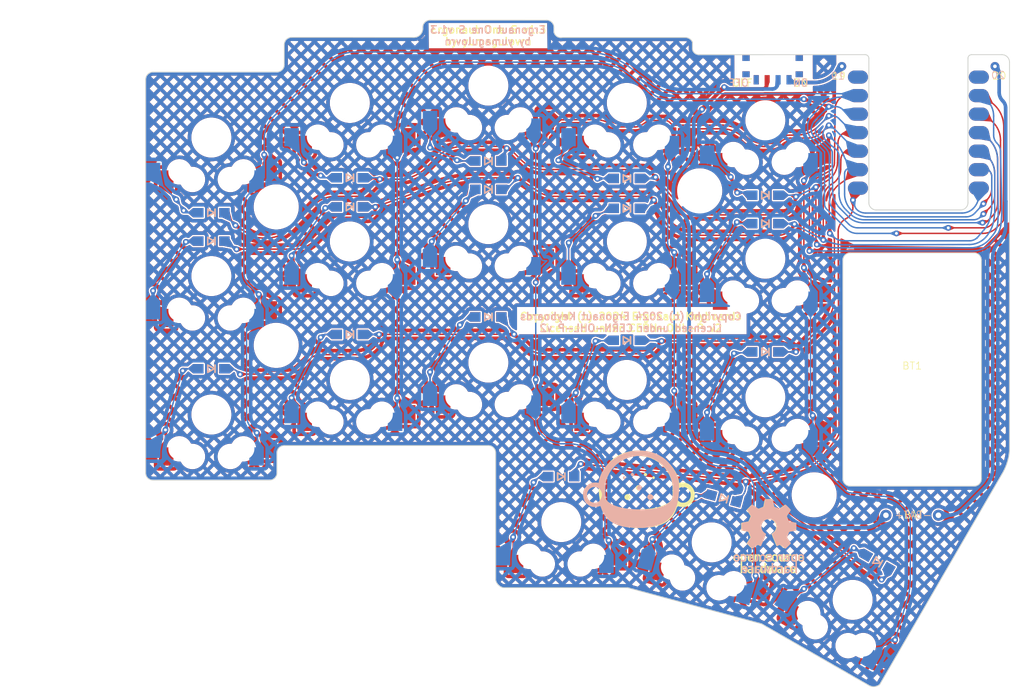
<source format=kicad_pcb>
(kicad_pcb (version 20240108) (generator "pcbnew") (generator_version "8.0")
  (layers (0 "F.Cu" signal) (31 "B.Cu" signal) (34 "B.Paste" user) (35 "F.Paste" user) (36 "B.SilkS" user "B.Silkscreen") (37 "F.SilkS" user "F.Silkscreen") (38 "B.Mask" user) (39 "F.Mask" user) (44 "Edge.Cuts" user))
  (net 0 "")
  (net 1 "R0")
  (net 3 "Net-(D2-A)")
  (net 4 "Net-(D3-A)")
  (net 5 "Net-(D4-A)")
  (net 6 "Net-(D5-A)")
  (net 7 "Net-(D6-A)")
  (net 8 "R1")
  (net 10 "Net-(D8-A)")
  (net 11 "Net-(D9-A)")
  (net 12 "Net-(D10-A)")
  (net 13 "Net-(D11-A)")
  (net 14 "Net-(D12-A)")
  (net 15 "R2")
  (net 16 "Net-(D14-A)")
  (net 17 "Net-(D15-A)")
  (net 18 "Net-(D16-A)")
  (net 19 "Net-(D17-A)")
  (net 20 "Net-(D18-A)")
  (net 21 "R3")
  (net 22 "Net-(D19-A)")
  (net 23 "Net-(D20-A)")
  (net 24 "Net-(D21-A)")
  (net 25 "C1")
  (net 26 "C2")
  (net 27 "C3")
  (net 28 "C4")
  (net 29 "C5")
  (net 30 "GND")
  (net 33 "Net-(BT1--)")
  (net 34 "Net-(BT1-+)")
  (net 35 "Net-(PWR1-A)")
  (footprint "Two:KS-27_KS-33_Hotswap_1U_DUAL" (layer "F.Cu") (at 191.477264 130.419173 -30)
    (property "Reference" "SW21")
    (property "Value" "SW_SPST" (hide yes))
  )
  (footprint "Two:KS-27_KS-33_Hotswap_1U_DUAL" (layer "F.Cu") (at 122.5 81.24097)
    (property "Reference" "SW9")
    (property "Value" "SW_SPST" (hide yes))
  )
  (footprint "Two:Hole_5.7mm" (layer "F.Cu") (at 112.4 95.5)
    (property "Reference" "H2" (hide yes))
    (property "Value" "MountingHole" (hide yes))
  )
  (footprint "Two:Hole_5.7mm" (layer "F.Cu") (at 112.4 76.5)
    (property "Reference" "H1" (hide yes))
    (property "Value" "MountingHole" (hide yes))
  )
  (footprint "Two:KS-27_KS-33_Hotswap_1U_DUAL" (layer "F.Cu") (at 172.135076 122.523186 -15)
    (property "Reference" "SW20")
    (property "Value" "SW_SPST" (hide yes))
  )
  (footprint "Two:KS-27_KS-33_Hotswap_1U_DUAL" (layer "F.Cu") (at 103.5 66.99097)
    (property "Reference" "SW2")
    (property "Value" "SW_SPST" (hide yes))
  )
  (footprint "Two:Hole_5.7mm" (layer "F.Cu") (at 186.2 116)
    (property "Reference" "H4" (hide yes))
    (property "Value" "MountingHole" (hide yes))
  )
  (footprint "Two:KS-27_KS-33_Hotswap_1U_DUAL" (layer "F.Cu") (at 160.5 62.24097)
    (property "Reference" "SW5")
    (property "Value" "SW_SPST" (hide yes))
  )
  (footprint "Two:KS-27_KS-33_Hotswap_1U_DUAL" (layer "F.Cu") (at 122.5 100.24097)
    (property "Reference" "SW15")
    (property "Value" "SW_SPST" (hide yes))
  )
  (footprint "Two:KS-27_KS-33_Hotswap_1U_DUAL" (layer "F.Cu") (at 179.5 83.61597)
    (property "Reference" "SW12")
    (property "Value" "SW_SPST" (hide yes))
  )
  (footprint "Two:KS-27_KS-33_Hotswap_1U_DUAL" (layer "F.Cu") (at 179.5 64.61597)
    (property "Reference" "SW6")
    (property "Value" "SW_SPST" (hide yes))
  )
  (footprint "Two:KS-27_KS-33_Hotswap_1U_DUAL" (layer "F.Cu") (at 160.5 100.24097)
    (property "Reference" "SW17")
    (property "Value" "SW_SPST" (hide yes))
  )
  (footprint "Two:KS-27_KS-33_Hotswap_1U_DUAL" (layer "F.Cu") (at 160.5 81.24097)
    (property "Reference" "SW11")
    (property "Value" "SW_SPST" (hide yes))
  )
  (footprint "Two:OSHW-logo" (layer "F.Cu") (at 179.94 121.69097)
    (property "Reference" "G***" (hide yes))
    (property "Value" "LOGO" (hide yes))
  )
  (footprint "Two:lp601730" (layer "F.Cu") (at 199.644 98.806)
    (property "Reference" "BT1")
    (property "Value" "LP601730")
    (fp_line (start -9.5 15) (end -9.5 -15) (stroke (width 0.12)) (layer "Edge.Cuts"))
    (fp_line (start -8.5 -16) (end 8.5 -16) (stroke (width 0.12)) (layer "Edge.Cuts"))
    (fp_line (start 8.5 16) (end -8.5 16) (stroke (width 0.12)) (layer "Edge.Cuts"))
    (fp_line (start 9.5 -15) (end 9.5 15) (stroke (width 0.12)) (layer "Edge.Cuts"))
    (fp_arc (start -9.5 -15) (mid -9.207092 -15.707092) (end -8.5 -16) (stroke (width 0.12)) (layer "Edge.Cuts"))
    (fp_arc (start -8.5 16) (mid -9.2071 15.7071) (end -9.5 15) (stroke (width 0.12)) (layer "Edge.Cuts"))
    (fp_arc (start 8.5 -16) (mid 9.207107 -15.707107) (end 9.5 -15) (stroke (width 0.12)) (layer "Edge.Cuts"))
    (fp_arc (start 9.5 15) (mid 9.207121 15.707121) (end 8.5 16) (stroke (width 0.12)) (layer "Edge.Cuts"))
  )
  (footprint "Two:KS-27_KS-33_Hotswap_1U_DUAL" (layer "F.Cu") (at 122.5 62.24097)
    (property "Reference" "SW3")
    (property "Value" "SW_SPST" (hide yes))
  )
  (footprint "Two:KS-27_KS-33_Hotswap_1U_DUAL" (layer "F.Cu") (at 179.5 102.61597)
    (property "Reference" "SW18")
    (property "Value" "SW_SPST" (hide yes))
  )
  (footprint "Two:KS-27_KS-33_Hotswap_1U_DUAL" (layer "F.Cu") (at 103.5 85.99097)
    (property "Reference" "SW8")
    (property "Value" "SW_SPST" (hide yes))
  )
  (footprint "Two:en_logo" (layer "F.Cu") (at 162.153537 115)
    (property "Reference" "G***" (hide yes))
    (property "Value" "LOGO" (hide yes))
  )
  (footprint "Two:KS-27_KS-33_Hotswap_1U_DUAL" (layer "F.Cu") (at 141.5 59.86597)
    (property "Reference" "SW4")
    (property "Value" "SW_SPST" (hide yes))
  )
  (footprint "Two:KS-27_KS-33_Hotswap_1U_DUAL" (layer "F.Cu") (at 151.5 119.7407)
    (property "Reference" "SW19")
    (property "Value" "SW_SPST" (hide yes))
  )
  (footprint "Two:KS-27_KS-33_Hotswap_1U_DUAL" (layer "F.Cu") (at 141.5 97.86597)
    (property "Reference" "SW16")
    (property "Value" "SW_SPST" (hide yes))
  )
  (footprint "Two:KS-27_KS-33_Hotswap_1U_DUAL" (layer "F.Cu") (at 103.5 104.99097)
    (property "Reference" "SW14")
    (property "Value" "SW_SPST" (hide yes))
  )
  (footprint "Two:Hole_5.7mm" (layer "F.Cu") (at 170.5 74.3)
    (property "Reference" "H3" (hide yes))
    (property "Value" "MountingHole" (hide yes))
  )
  (footprint "Two:KS-27_KS-33_Hotswap_1U_DUAL" (layer "F.Cu") (at 141.5 78.86597)
    (property "Reference" "SW10")
    (property "Value" "SW_SPST" (hide yes))
  )
  (footprint "Two:Diode_TH_SMD_DUAL" (layer "B.Cu") (at 173.8 116.5 165)
    (property "Reference" "D20" (hide yes))
    (property "Value" "D_Small" (hide yes))
  )
  (footprint "Two:Diode_TH_SMD_DUAL" (layer "B.Cu") (at 179.5 96.4 180)
    (property "Reference" "D18" (hide yes))
    (property "Value" "D_Small" (hide yes))
  )
  (footprint "Two:Diode_TH_SMD_DUAL" (layer "B.Cu") (at 194.9 125.2 150)
    (property "Reference" "D21" (hide yes))
    (property "Value" "D_Small" (hide yes))
  )
  (footprint "Two:Diode_TH_SMD_DUAL" (layer "B.Cu") (at 151.5 113.5 180)
    (property "Reference" "D19" (hide yes))
    (property "Value" "D_Small" (hide yes))
  )
  (footprint "Two:Diode_TH_SMD_DUAL" (layer "B.Cu") (at 103.5 77.3 180)
    (property "Reference" "D2" (hide yes))
    (property "Value" "D_Small" (hide yes))
  )
  (footprint "Two:Diode_TH_SMD_DUAL" (layer "B.Cu") (at 103.5 81.197 180)
    (property "Reference" "D8" (hide yes))
    (property "Value" "D_Small" (hide yes))
  )
  (footprint "Two:Diode_TH_SMD_DUAL" (layer "B.Cu") (at 160.5 94.8 180)
    (property "Reference" "D17" (hide yes))
    (property "Value" "D_Small" (hide yes))
  )
  (footprint "Two:Diode_TH_SMD_DUAL" (layer "B.Cu") (at 179.5 74.9 180)
    (property "Reference" "D6" (hide yes))
    (property "Value" "D_Small" (hide yes))
  )
  (footprint "Two:Diode_TH_SMD_DUAL" (layer "B.Cu") (at 179.5 78.8 180)
    (property "Reference" "D12" (hide yes))
    (property "Value" "D_Small" (hide yes))
  )
  (footprint "Two:Diode_TH_SMD_DUAL" (layer "B.Cu") (at 141.5 70.2 180)
    (property "Reference" "D4" (hide yes))
    (property "Value" "D_Small" (hide yes))
  )
  (footprint "Two:Diode_TH_SMD_DUAL" (layer "B.Cu") (at 141.5 74.1 180)
    (property "Reference" "D10" (hide yes))
    (property "Value" "D_Small" (hide yes))
  )
  (footprint "Two:XIAO_nRF52840_DUAL_WINDOW_NO_CAP" (layer "B.Cu") (at 200.5 55.616046 180)
    (property "Reference" "U1" (hide yes))
    (property "Value" "XIAO_nRF52840" (hide yes))
    (fp_line (start 6.8 -0.5) (end 6.8 -20.3) (stroke (width 0.12)) (layer "Edge.Cuts"))
    (fp_line (start 5.8 -21.3) (end -5.8 -21.3) (stroke (width 0.12)) (layer "Edge.Cuts"))
    (fp_line (start -6.8 -20.3) (end -6.8 -0.5) (stroke (width 0.12)) (layer "Edge.Cuts"))
    (fp_arc (start 7.3 0) (mid 6.946447 -0.146447) (end 6.8 -0.5) (stroke (width 0.12)) (layer "Edge.Cuts"))
    (fp_arc (start 5.8 -21.3) (mid 6.507107 -21.007107) (end 6.8 -20.3) (stroke (width 0.12)) (layer "Edge.Cuts"))
    (fp_arc (start -6.8 -0.5) (mid -6.946446 -0.146446) (end -7.3 0) (stroke (width 0.12)) (layer "Edge.Cuts"))
    (fp_arc (start -6.8 -20.3) (mid -6.507107 -21.007107) (end -5.8 -21.3) (stroke (width 0.12)) (layer "Edge.Cuts"))
  )
  (footprint "Two:Diode_TH_SMD_DUAL" (layer "B.Cu") (at 160.5 72.6 180)
    (property "Reference" "D5" (hide yes))
    (property "Value" "D_Small" (hide yes))
  )
  (footprint "Two:Diode_TH_SMD_DUAL" (layer "B.Cu") (at 122.5 72.5 180)
    (property "Reference" "D3" (hide yes))
    (property "Value" "D_Small" (hide yes))
  )
  (footprint "Two:Diode_TH_SMD_DUAL" (layer "B.Cu") (at 141.5 91.6 180)
    (property "Reference" "D16" (hide yes))
    (property "Value" "D_Small" (hide yes))
  )
  (footprint "Two:OSHW-logo" (layer "B.Cu") (at 180.01 121.69097 180)
    (property "Reference" "G***" (hide yes))
    (property "Value" "LOGO" (hide yes))
  )
  (footprint "Two:Diode_TH_SMD_DUAL" (layer "B.Cu") (at 160.5 76.7 180)
    (property "Reference" "D11" (hide yes))
    (property "Value" "D_Small" (hide yes))
  )
  (footprint "Two:MSK-12C02_DUAL" (layer "B.Cu") (at 180.5 55.92097 180)
    (property "Reference" "PWR1" (hide yes))
    (property "Value" "SW_SPDT")
  )
  (footprint "Two:Diode_TH_SMD_DUAL" (layer "B.Cu") (at 122.5 76.5 180)
    (property "Reference" "D9" (hide yes))
    (property "Value" "D_Small" (hide yes))
  )
  (footprint "Two:Diode_TH_SMD_DUAL" (layer "B.Cu") (at 122.5 94 180)
    (property "Reference" "D15" (hide yes))
    (property "Value" "D_Small" (hide yes))
  )
  (footprint "Two:Diode_TH_SMD_DUAL" (layer "B.Cu") (at 103.5 98.7 180)
    (property "Reference" "D14" (hide yes))
    (property "Value" "D_Small" (hide yes))
  )
  (gr_line (start 211.963 55.616046) (end 207.8 55.616046) (stroke (width 0.12)) (layer "Edge.Cuts"))
  (gr_arc (start 113.5 54.240978) (mid 113.792901 53.533885) (end 114.5 53.240978) (stroke (width 0.12)) (layer "Edge.Cuts"))
  (gr_arc (start 211.963012 55.615978) (mid 212.68331 55.90671) (end 213 56.615978) (stroke (width 0.12)) (layer "Edge.Cuts"))
  (gr_arc (start 112.5 112.983849) (mid 112.207125 113.690989) (end 111.5 113.983849) (stroke (width 0.12)) (layer "Edge.Cuts"))
  (gr_line (start 111.5 113.983849) (end 95.48 113.990978) (stroke (width 0.12)) (layer "Edge.Cuts"))
  (gr_arc (start 170.508049 55.618933) (mid 169.865979 55.453027) (end 169.5 54.9) (stroke (width 0.12)) (layer "Edge.Cuts"))
  (gr_line (start 178.98 133.70097) (end 160.6 128.74097) (stroke (width 0.12)) (layer "Edge.Cuts"))
  (gr_arc (start 141.5 109.240986) (mid 142.207112 109.533878) (end 142.5 110.240986) (stroke (width 0.12)) (layer "Edge.Cuts"))
  (gr_arc (start 132.5 51.911251) (mid 132.781887 51.183752) (end 133.5 50.87879) (stroke (width 0.12)) (layer "Edge.Cuts"))
  (gr_line (start 213 56.615978) (end 213 109.982) (stroke (width 0.12)) (layer "Edge.Cuts"))
  (gr_line (start 151.6485 53.258887) (end 168.5 53.258887) (stroke (width 0.12)) (layer "Edge.Cuts"))
  (gr_arc (start 195.2 142.016509) (mid 194.526548 142.310811) (end 193.8 142.2) (stroke (width 0.12)) (layer "Edge.Cuts"))
  (gr_line (start 142.5 127.7) (end 142.5 110.240986) (stroke (width 0.12)) (layer "Edge.Cuts"))
  (gr_line (start 193.8 142.2) (end 178.98 133.70097) (stroke (width 0.12)) (layer "Edge.Cuts"))
  (gr_arc (start 168.5 53.258887) (mid 169.100001 53.423467) (end 169.5 53.9) (stroke (width 0.12)) (layer "Edge.Cuts"))
  (gr_line (start 114.5 53.240978) (end 131.1635 53.247478) (stroke (width 0.12)) (layer "Edge.Cuts"))
  (gr_line (start 170.508049 55.618934) (end 193.2 55.616046) (stroke (width 0.12)) (layer "Edge.Cuts"))
  (gr_arc (start 94.480001 59.04481) (mid 94.786653 58.29791) (end 95.536343 57.998142) (stroke (width 0.12)) (layer "Edge.Cuts"))
  (gr_line (start 211.963 113.157) (end 195.2 142.016509) (stroke (width 0.12)) (layer "Edge.Cuts"))
  (gr_arc (start 112.5 110.240903) (mid 112.792921 109.533824) (end 113.5 109.240903) (stroke (width 0.12)) (layer "Edge.Cuts"))
  (gr_arc (start 151.6485 53.258887) (mid 150.919559 53.123222) (end 150.5 52.511875) (stroke (width 0.12)) (layer "Edge.Cuts"))
  (gr_line (start 94.48 112.990978) (end 94.48 59.04481) (stroke (width 0.12)) (layer "Edge.Cuts"))
  (gr_arc (start 143.5 128.740708) (mid 142.860575 128.354326) (end 142.5 127.7) (stroke (width 0.12)) (layer "Edge.Cuts"))
  (gr_line (start 133.5 50.87879) (end 149.5 50.88169) (stroke (width 0.12)) (layer "Edge.Cuts"))
  (gr_arc (start 113.5 56.990948) (mid 113.207119 57.698053) (end 112.5 57.990978) (stroke (width 0.12)) (layer "Edge.Cuts"))
  (gr_line (start 169.5 54.9) (end 169.5 53.9) (stroke (width 0.12)) (layer "Edge.Cuts"))
  (gr_line (start 112.5 112.983849) (end 112.5 110.240903) (stroke (width 0.12)) (layer "Edge.Cuts"))
  (gr_arc (start 149.5 50.88169) (mid 150.207465 51.175406) (end 150.5 51.883355) (stroke (width 0.12)) (layer "Edge.Cuts"))
  (gr_arc (start 95.48 113.990978) (mid 94.77289 113.698088) (end 94.48 112.990978) (stroke (width 0.12)) (layer "Edge.Cuts"))
  (gr_line (start 95.536343 57.998141) (end 112.5 57.990978) (stroke (width 0.12)) (layer "Edge.Cuts"))
  (gr_line (start 160.6 128.74097) (end 143.5 128.740708) (stroke (width 0.12)) (layer "Edge.Cuts"))
  (gr_arc (start 132.5 51.911251) (mid 132.143157 52.890835) (end 131.1635 53.247477) (stroke (width 0.12)) (layer "Edge.Cuts"))
  (gr_line (start 150.5 51.883355) (end 150.5 52.511875) (stroke (width 0.12)) (layer "Edge.Cuts"))
  (gr_line (start 141.5 109.240986) (end 113.5 109.240986) (stroke (width 0.12)) (layer "Edge.Cuts"))
  (gr_line (start 113.5 56.990948) (end 113.5 54.240978) (stroke (width 0.12)) (layer "Edge.Cuts"))
  (gr_arc (start 213 109.982) (mid 212.665892 111.629725) (end 211.963 113.157) (stroke (width 0.12)) (layer "Edge.Cuts"))
  (gr_text "Ergonaut One S v1.3\nby yumagulovrn" (at 141.42 53 0) (layer "B.SilkS") (effects (font (size 1 1) (thickness 0.2) (bold yes)) (justify mirror)))
  (gr_text "Copyright (c) 2024 Ergonaut Keyboards\nLicensed under CERN-OHL-P v2" (at 161.036 92.329 0) (layer "B.SilkS") (effects (font (size 1 1) (thickness 0.2) (bold yes)) (justify mirror)))
  (gr_text "Ergonaut One S v1.3\nby yumagulovrn" (at 141.5 53 0) (layer "F.SilkS") (effects (font (size 1 1) (thickness 0.2) (bold yes))))
  (gr_text "Copyright (c) 2024 Ergonaut Keyboards\nLicensed under CERN-OHL-P v2" (at 161.036 92.329 0) (layer "F.SilkS") (effects (font (size 1 1) (thickness 0.2) (bold yes))))
  (segment (start 107.315 79.375) (end 106.807 79.038) (width 0.2) (layer "F.Cu") (net 1))
  (segment (start 183.7 75.1) (end 183.65 75.1) (width 0.2) (layer "F.Cu") (net 1))
  (segment (start 134.326184 69.762816) (end 132.948317 71.140683) (width 0.2) (layer "F.Cu") (net 1))
  (segment (start 146.025154 70.079154) (end 144.145 68.199) (width 0.2) (layer "F.Cu") (net 1))
  (segment (start 162.577797 71.374) (end 149.15119 71.374) (width 0.2) (layer "F.Cu") (net 1))
  (segment (start 143.764 69.088) (end 144.018 68.453) (width 0.2) (layer "F.Cu") (net 1))
  (segment (start 183.338613 76.580908) (end 183.289946 76.71301) (width 0.2) (layer "F.Cu") (net 1))
  (segment (start 117.513312 76.288688) (end 114.40969 79.39231) (width 0.2) (layer "F.Cu") (net 1))
  (segment (start 183.742731 75.174038) (end 183.752693 75.184) (width 0.2) (layer "F.Cu") (net 1))
  (segment (start 164.5 72.5) (end 163.937 71.937) (width 0.2) (layer "F.Cu") (net 1))
  (segment (start 186.563 81.661) (end 186.4995 81.28) (width 0.2) (layer "F.Cu") (net 1))
  (segment (start 183.5 75) (end 183.564644 75.064644) (width 0.2) (layer "F.Cu") (net 1))
  (segment (start 129.183793 72.7) (end 126.6 72.7) (width 0.2) (layer "F.Cu") (net 1))
  (segment (start 187.8965 72.9615) (end 186.436 73.787) (width 0.2) (layer "F.Cu") (net 1))
  (segment (start 168.049526 76.695967) (end 167.911191 76.547983) (width 0.2) (layer "F.Cu") (net 1))
  (segment (start 111.078822 80.772) (end 110.589526 80.772) (width 0.2) (layer "F.Cu") (net 1))
  (segment (start 183.682714 75.246917) (end 183.420885 76.312095) (width 0.2) (layer "F.Cu") (net 1))
  (segment (start 182.017902 77.6) (end 170.132129 77.6) (width 0.2) (layer "F.Cu") (net 1))
  (segment (start 183.258578 74.9) (end 181.2875 74.9) (width 0.2) (layer "F.Cu") (net 1))
  (segment (start 183.7 75.1) (end 183.7 75.15) (width 0.2) (layer "F.Cu") (net 1))
  (segment (start 164.255 72.6) (end 164.4275 72.4275) (width 0.2) (layer "F.Cu") (net 1))
  (segment (start 186.436 73.787) (end 186.436 80.512744) (width 0.2) (layer "F.Cu") (net 1))
  (segment (start 126.6 72.7) (end 124.2875 72.5) (width 0.2) (layer "F.Cu") (net 1))
  (segment (start 106.807 79.038) (end 105.2875 77.3) (width 0.2) (layer "F.Cu") (net 1))
  (segment (start 108.537438 80.16599) (end 107.315 79.375) (width 0.2) (layer "F.Cu") (net 1))
  (segment (start 123.397919 75.057) (end 120.486869 75.057) (width 0.2) (layer "F.Cu") (net 1))
  (segment (start 126.6 72.7) (end 124.840562 74.459438) (width 0.2) (layer "F.Cu") (net 1))
  (segment (start 189.398326 70.458858) (end 189.465 67.753082) (width 0.2) (layer "F.Cu") (net 1))
  (segment (start 167.642637 76.244827) (end 164.5 72.5) (width 0.2) (layer "F.Cu") (net 1))
  (segment (start 144.145 68.199) (end 138.101569 68.199) (width 0.2) (layer "F.Cu") (net 1))
  (segment (start 143.2875 70.2) (end 143.764 69.088) (width 0.2) (layer "F.Cu") (net 1))
  (segment (start 162.2875 72.6) (end 164.255 72.6) (width 0.2) (layer "F.Cu") (net 1))
  (via (at 183.7 75.1) (size 0.8) (drill 0.4) (layers "F.Cu" "B.Cu") (net 1))
  (via (at 126.6 72.7) (size 0.8) (drill 0.4) (layers "F.Cu" "B.Cu") (net 1))
  (via (at 144.018 68.453) (size 0.8) (drill 0.4) (layers "F.Cu" "B.Cu") (net 1))
  (via (at 106.807 79.038) (size 0.8) (drill 0.4) (layers "F.Cu" "B.Cu") (net 1))
  (via (at 186.436 73.787) (size 0.8) (drill 0.4) (layers "F.Cu" "B.Cu") (net 1))
  (via (at 164.4275 72.4275) (size 0.8) (drill 0.4) (layers "F.Cu" "B.Cu") (net 1))
  (via (at 186.563 81.661) (size 0.8) (drill 0.4) (layers "F.Cu" "B.Cu") (net 1))
  (arc (start 163.937 71.937) (mid 163.313392 71.520318) (end 162.577797 71.374) (width 0.2) (layer "F.Cu") (net 1))
  (arc (start 183.420885 76.312095) (mid 183.383512 76.447653) (end 183.338613 76.580908) (width 0.2) (layer "F.Cu") (net 1))
  (arc (start 134.326184 69.762816) (mid 136.058345 68.605423) (end 138.101569 68.199) (width 0.2) (layer "F.Cu") (net 1))
  (arc (start 132.948317 71.140683) (mid 131.221139 72.294747) (end 129.183793 72.7) (width 0.2) (layer "F.Cu") (net 1))
  (arc (start 187.8965 72.9615) (mid 188.977515 71.908272) (end 189.398326 70.458858) (width 0.2) (layer "F.Cu") (net 1))
  (arc (start 183.65 75.1) (mid 183.603805 75.090811) (end 183.564644 75.064644) (width 0.2) (layer "F.Cu") (net 1))
  (arc (start 183.742731 75.174038) (mid 183.714336 75.174514) (end 183.7 75.15) (width 0.2) (layer "F.Cu") (net 1))
  (arc (start 170.132129 77.6) (mid 168.996951 77.364244) (end 168.049526 76.695967) (width 0.2) (layer "F.Cu") (net 1))
  (arc (start 120.486869 75.057) (mid 118.877591 75.377105) (end 117.513312 76.288688) (width 0.2) (layer "F.Cu") (net 1))
  (arc (start 123.397919 75.057) (mid 124.178672 74.901699) (end 124.840562 74.459438) (width 0.2) (layer "F.Cu") (net 1))
  (arc (start 183.682714 75.246917) (mid 183.695644 75.199223) (end 183.7 75.15) (width 0.2) (layer "F.Cu") (net 1))
  (arc (start 110.589526 80.772) (mid 109.519676 80.617331) (end 108.537438 80.16599) (width 0.2) (layer "F.Cu") (net 1))
  (arc (start 186.436 80.512744) (mid 186.451902 80.897683) (end 186.4995 81.28) (width 0.2) (layer "F.Cu") (net 1))
  (arc (start 183.5 75) (mid 183.389234 74.925989) (end 183.258578 74.9) (width 0.2) (layer "F.Cu") (net 1))
  (arc (start 189.944477 66.595523) (mid 189.589612 67.126615) (end 189.465 67.753082) (width 0.2) (layer "F.Cu") (net 1))
  (arc (start 167.911191 76.547983) (mid 167.774885 76.398202) (end 167.642637 76.244827) (width 0.2) (layer "F.Cu") (net 1))
  (arc (start 146.025154 70.079154) (mid 147.459392 71.037481) (end 149.15119 71.374) (width 0.2) (layer "F.Cu") (net 1))
  (arc (start 183.289946 76.71301) (mid 182.79328 77.356358) (end 182.017902 77.6) (width 0.2) (layer "F.Cu") (net 1))
  (arc (start 183.682714 75.246917) (mid 183.706544 75.205389) (end 183.742731 75.174038) (width 0.2) (layer "F.Cu") (net 1))
  (arc (start 191.102036 66.116046) (mid 190.475569 66.240658) (end 189.944477 66.595523) (width 0.2) (layer "F.Cu") (net 1))
  (arc (start 111.078822 80.772) (mid 112.881475 80.41343) (end 114.40969 79.39231) (width 0.2) (layer "F.Cu") (net 1))
  (segment (start 189.173556 82.112) (end 207.691762 82.112) (width 0.2) (layer "B.Cu") (net 1))
  (segment (start 126.5 72.6) (end 126.6 72.7) (width 0.2) (layer "B.Cu") (net 1))
  (segment (start 105.2875 77.5185) (end 106.807 79.038) (width 0.2) (layer "B.Cu") (net 1))
  (segment (start 210.21798 67.264066) (end 209.06996 66.116046) (width 0.2) (layer "B.Cu") (net 1))
  (segment (start 210.723421 80.367764) (end 210.311999 80.870499) (width 0.2) (layer "B.Cu") (net 1))
  (segment (start 183.7 75.1) (end 186.436 73.787) (width 0.2) (layer "B.Cu") (net 1))
  (segment (start 162.2875 72.6) (end 164.255 72.6) (width 0.2) (layer "B.Cu") (net 1))
  (segment (start 186.563 81.661) (end 187.4235 81.8865) (width 0.2) (layer "B.Cu") (net 1))
  (segment (start 211.44395 76.769449) (end 211.366 70.035631) (width 0.2) (layer "B.Cu") (net 1))
  (segment (start 126.258578 72.5) (end 124.2875 72.5) (width 0.2) (layer "B.Cu") (net 1))
  (segment (start 105.2875 77.3) (end 105.5465 77.006) (width 0.2) (layer "B.Cu") (net 1))
  (segment (start 143.2875 70.2) (end 144.018 68.453) (width 0.2) (layer "B.Cu") (net 1))
  (segment (start 105.2875 77.3) (end 105.2875 77.5185) (width 0.2) (layer "B.Cu") (net 1))
  (segment (start 183.358578 74.9) (end 181.2875 74.9) (width 0.2) (layer "B.Cu") (net 1))
  (segment (start 164.255 72.6) (end 164.4275 72.4275) (width 0.2) (layer "B.Cu") (net 1))
  (arc (start 210.21798 67.264066) (mid 211.067639 68.53567) (end 211.366 70.035631) (width 0.2) (layer "B.Cu") (net 1))
  (arc (start 211.44395 76.769449) (mid 211.436355 77.723487) (end 211.3915 78.6765) (width 0.2) (layer "B.Cu") (net 1))
  (arc (start 126.5 72.6) (mid 126.389234 72.525989) (end 126.258578 72.5) (width 0.2) (layer "B.Cu") (net 1))
  (arc (start 189.173556 82.112) (mid 188.291293 82.055392) (end 187.4235 81.8865) (width 0.2) (layer "B.Cu") (net 1))
  (arc (start 207.691762 82.112) (mid 209.1415 81.785923) (end 210.311999 80.870499) (width 0.2) (layer "B.Cu") (net 1))
  (arc (start 210.723421 80.367764) (mid 211.189435 79.574264) (end 211.3915 78.6765) (width 0.2) (layer "B.Cu") (net 1))
  (segment (start 98.854553 75.684545) (end 99.7 77) (width 0.2) (layer "F.Cu") (net 3))
  (segment (start 99.7 77) (end 99.85 77.15) (width 0.2) (layer "F.Cu") (net 3))
  (segment (start 97.78155 74.58455) (end 98.679 75.482) (width 0.2) (layer "F.Cu") (net 3))
  (segment (start 98.679 75.482) (end 98.7425 75.5455) (width 0.2) (layer "F.Cu") (net 3))
  (segment (start 100.212132 77.3) (end 101.9125 77.3) (width 0.2) (layer "F.Cu") (net 3))
  (via (at 98.679 75.482) (size 0.8) (drill 0.4) (layers "F.Cu" "B.Cu") (net 3))
  (via (at 99.7 77) (size 0.8) (drill 0.4) (layers "F.Cu" "B.Cu") (net 3))
  (arc (start 98.854553 75.684545) (mid 98.802252 75.612019) (end 98.7425 75.5455) (width 0.2) (layer "F.Cu") (net 3))
  (arc (start 99.85 77.15) (mid 100.016147 77.261016) (end 100.212132 77.3) (width 0.2) (layer "F.Cu") (net 3))
  (arc (start 97.78155 74.58455) (mid 97.42515 74.05116) (end 97.3 73.421985) (width 0.2) (layer "F.Cu") (net 3))
  (segment (start 99.7 77) (end 99.85 77.15) (width 0.2) (layer "B.Cu") (net 3))
  (segment (start 98.854553 75.684545) (end 99.7 77) (width 0.2) (layer "B.Cu") (net 3))
  (segment (start 98.679 75.482) (end 95.716385 72.519385) (width 0.2) (layer "B.Cu") (net 3))
  (segment (start 100.212132 77.3) (end 101.9125 77.3) (width 0.2) (layer "B.Cu") (net 3))
  (segment (start 98.679 75.482) (end 98.7425 75.5455) (width 0.2) (layer "B.Cu") (net 3))
  (arc (start 98.854553 75.684545) (mid 98.802252 75.612019) (end 98.7425 75.5455) (width 0.2) (layer "B.Cu") (net 3))
  (arc (start 99.85 77.15) (mid 100.016147 77.261016) (end 100.212132 77.3) (width 0.2) (layer "B.Cu") (net 3))
  (segment (start 119.012132 72.5) (end 120.7125 72.5) (width 0.2) (layer "F.Cu") (net 4))
  (segment (start 117.823223 72.023223) (end 116.2 70.4) (width 0.2) (layer "F.Cu") (net 4))
  (segment (start 116.25 70.35) (end 116.2 70.4) (width 0.2) (layer "F.Cu") (net 4))
  (segment (start 116.3 70.229289) (end 116.3 67.99097) (width 0.2) (layer "F.Cu") (net 4))
  (segment (start 118.5 72.2) (end 118.25 72.2) (width 0.2) (layer "F.Cu") (net 4))
  (segment (start 118.5 72.2) (end 118.65 72.35) (width 0.2) (layer "F.Cu") (net 4))
  (via (at 116.2 70.4) (size 0.8) (drill 0.4) (layers "F.Cu" "B.Cu") (net 4))
  (via (at 118.5 72.2) (size 0.8) (drill 0.4) (layers "F.Cu" "B.Cu") (net 4))
  (arc (start 116.25 70.35) (mid 116.287005 70.294617) (end 116.3 70.229289) (width 0.2) (layer "F.Cu") (net 4))
  (arc (start 118.65 72.35) (mid 118.816147 72.461016) (end 119.012132 72.5) (width 0.2) (layer "F.Cu") (net 4))
  (arc (start 117.823223 72.023223) (mid 118.01903 72.154057) (end 118.25 72.2) (width 0.2) (layer "F.Cu") (net 4))
  (segment (start 119.012132 72.5) (end 120.7125 72.5) (width 0.2) (layer "B.Cu") (net 4))
  (segment (start 118.65 72.35) (end 118.5 72.2) (width 0.2) (layer "B.Cu") (net 4))
  (segment (start 116.2 70.4) (end 114.5 66.94097) (width 0.2) (layer "B.Cu") (net 4))
  (arc (start 118.65 72.35) (mid 118.816147 72.461016) (end 119.012132 72.5) (width 0.2) (layer "B.Cu") (net 4))
  (segment (start 133.5 67.41597) (end 133.5 68.36597) (width 0.2) (layer "F.Cu") (net 5))
  (segment (start 135.3 65.61597) (end 133.5 67.41597) (width 0.2) (layer "F.Cu") (net 5))
  (segment (start 139.7125 70.2) (end 137.3 70.2) (width 0.2) (layer "F.Cu") (net 5))
  (segment (start 137.3 70.2) (end 137.2 70.1) (width 0.2) (layer "F.Cu") (net 5))
  (via (at 133.5 68.36597) (size 0.8) (drill 0.4) (layers "F.Cu" "B.Cu") (net 5))
  (via (at 137.2 70.1) (size 0.8) (drill 0.4) (layers "F.Cu" "B.Cu") (net 5))
  (segment (start 137.3 70.2) (end 137.2 70.1) (width 0.2) (layer "B.Cu") (net 5))
  (segment (start 133.5 64.56597) (end 133.5 68.36597) (width 0.2) (layer "B.Cu") (net 5))
  (segment (start 135.89 69.469) (end 133.5 68.36597) (width 0.2) (layer "B.Cu") (net 5))
  (segment (start 137.2 70.1) (end 135.89 69.469) (width 0.2) (layer "B.Cu") (net 5))
  (segment (start 139.7125 70.2) (end 137.3 70.2) (width 0.2) (layer "B.Cu") (net 5))
  (segment (start 156.464 72.644) (end 156.635 72.6) (width 0.2) (layer "F.Cu") (net 6))
  (segment (start 151.1 70.1) (end 151.654515 69.545485) (width 0.2) (layer "F.Cu") (net 6))
  (segment (start 156.635 72.6) (end 158.7125 72.6) (width 0.2) (layer "F.Cu") (net 6))
  (segment (start 152.993232 68.99097) (end 154.3 68.99097) (width 0.2) (layer "F.Cu") (net 6))
  (via (at 151.1 70.1) (size 0.8) (drill 0.4) (layers "F.Cu" "B.Cu") (net 6))
  (via (at 156.464 72.644) (size 0.8) (drill 0.4) (layers "F.Cu" "B.Cu") (net 6))
  (arc (start 152.993232 68.99097) (mid 152.268723 69.135083) (end 151.654515 69.545485) (width 0.2) (layer "F.Cu") (net 6))
  (segment (start 151.1 70.1) (end 152.5 67.94097) (width 0.2) (layer "B.Cu") (net 6))
  (segment (start 151.1 70.1) (end 156.464 72.644) (width 0.2) (layer "B.Cu") (net 6))
  (segment (start 156.635 72.6) (end 158.7125 72.6) (width 0.2) (layer "B.Cu") (net 6))
  (segment (start 156.464 72.644) (end 156.635 72.6) (width 0.2) (layer "B.Cu") (net 6))
  (segment (start 175.641 74.549) (end 177.6635 74.549) (width 0.2) (layer "F.Cu") (net 7))
  (segment (start 175.4205 74.0245) (end 175.641 74.549) (width 0.2) (layer "F.Cu") (net 7))
  (segment (start 174.752 72.39) (end 173.3 70.938) (width 0.2) (layer "F.Cu") (net 7))
  (segment (start 174.752 72.39) (end 174.987053 72.972387) (width 0.2) (layer "F.Cu") (net 7))
  (via (at 174.752 72.39) (size 0.8) (drill 0.4) (layers "F.Cu" "B.Cu") (net 7))
  (via (at 175.641 74.549) (size 0.8) (drill 0.4) (layers "F.Cu" "B.Cu") (net 7))
  (arc (start 175.4205 74.0245) (mid 175.201888 73.499221) (end 174.987053 72.972387) (width 0.2) (layer "F.Cu") (net 7))
  (segment (start 175.641 74.549) (end 175.6655 74.5245) (width 0.2) (layer "B.Cu") (net 7))
  (segment (start 175.724648 74.5) (end 177.7125 74.5) (width 0.2) (layer "B.Cu") (net 7))
  (segment (start 174.752 72.39) (end 171.67797 69.31597) (width 0.2) (layer "B.Cu") (net 7))
  (arc (start 175.724648 74.5) (mid 175.692637 74.506367) (end 175.6655 74.5245) (width 0.2) (layer "B.Cu") (net 7))
  (segment (start 125.674499 77.603499) (end 125.724935 77.553064) (width 0.2) (layer "F.Cu") (net 8))
  (segment (start 117.603443 81.151557) (end 119.935464 78.819536) (width 0.2) (layer "F.Cu") (net 8))
  (segment (start 106.978 82.296) (end 114.840513 82.296) (width 0.2) (layer "F.Cu") (net 8))
  (segment (start 164.211 75.565) (end 166.004515 78.995485) (width 0.2) (layer "F.Cu") (net 8))
  (segment (start 148.385363 74.412575) (end 145.542 72.517) (width 0.2) (layer "F.Cu") (net 8))
  (segment (start 163.076 76.7) (end 164.211 75.565) (width 0.2) (layer "F.Cu") (net 8))
  (segment (start 122.092247 77.926167) (end 124.968 77.926167) (width 0.2) (layer "F.Cu") (net 8))
  (segment (start 126 76.5) (end 124.2875 76.5) (width 0.2) (layer "F.Cu") (net 8))
  (segment (start 134.360757 73.549624) (end 126 76.5) (width 0.2) (layer "F.Cu") (net 8))
  (segment (start 189.837822 71.345515) (end 189.865 70.043845) (width 0.2) (layer "F.Cu") (net 8))
  (segment (start 162.2875 76.7) (end 163.076 76.7) (width 0.2) (layer "F.Cu") (net 8))
  (segment (start 190.931954 68.656046) (end 191.185954 68.656046) (width 0.2) (layer "F.Cu") (net 8))
  (segment (start 183.5 78.75) (end 183.49186 78.867) (width 0.2) (layer "F.Cu") (net 8))
  (segment (start 190.271477 69.062523) (end 190.498348 68.835651) (width 0.2) (layer "F.Cu") (net 8))
  (segment (start 187.452 81.026) (end 187.452 75.43511) (width 0.2) (layer "F.Cu") (net 8))
  (segment (start 143.2875 74.1) (end 143.959 74.1) (width 0.2) (layer "F.Cu") (net 8))
  (segment (start 169.395129 80.4) (end 181.280761 80.4) (width 0.2) (layer "F.Cu") (net 8))
  (segment (start 143.959 74.1) (end 145.542 72.517) (width 0.2) (layer "F.Cu") (net 8))
  (segment (start 183.29593 78.8335) (end 183.49186 78.867) (width 0.2) (layer "F.Cu") (net 8))
  (segment (start 126 76.889) (end 126 76.5) (width 0.2) (layer "F.Cu") (net 8))
  (segment (start 182.849999 79.749999) (end 183.252512 79.347487) (width 0.2) (layer "F.Cu") (net 8))
  (segment (start 106.956 82.318) (end 106.978 82.296) (width 0.2) (layer "F.Cu") (net 8))
  (segment (start 182.901226 78.8) (end 181.2875 78.8) (width 0.2) (layer "F.Cu") (net 8))
  (segment (start 144.2085 73.8505) (end 143.2875 74.1) (width 0.2) (layer "F.Cu") (net 8))
  (segment (start 106.956 82.318) (end 105.2875 81.197) (width 0.2) (layer "F.Cu") (net 8))
  (segment (start 164.211 75.565) (end 163.703 75.057) (width 0.2) (layer "F.Cu") (net 8))
  (segment (start 145.542 72.517) (end 140.390098 72.517) (width 0.2) (layer "F.Cu") (net 8))
  (segment (start 163.703 75.057) (end 150.513755 75.057) (width 0.2) (layer "F.Cu") (net 8))
  (via (at 106.956 82.318) (size 0.8) (drill 0.4) (layers "F.Cu" "B.Cu") (net 8))
  (via (at 187.452 81.026) (size 0.8) (drill 0.4) (layers "F.Cu" "B.Cu") (net 8))
  (via (at 145.542 72.517) (size 0.8) (drill 0.4) (layers "F.Cu" "B.Cu") (net 8))
  (via (at 183.49186 78.867) (size 0.8) (drill 0.4) (layers "F.Cu" "B.Cu") (net 8))
  (via (at 126 76.5) (size 0.8) (drill 0.4) (layers "F.Cu" "B.Cu") (net 8))
  (via (at 164.211 75.565) (size 0.8) (drill 0.4) (layers "F.Cu" "B.Cu") (net 8))
  (arc (start 188.658499 73.342499) (mid 187.775228 74.227357) (end 187.452 75.43511) (width 0.2) (layer "F.Cu") (net 8))
  (arc (start 190.498348 68.835651) (mid 190.697288 68.702723) (end 190.931954 68.656046) (width 0.2) (layer "F.Cu") (net 8))
  (arc (start 189.865 70.043845) (mid 189.970639 69.512757) (end 190.271477 69.062523) (width 0.2) (layer "F.Cu") (net 8))
  (arc (start 124.888673 77.929) (mid 125.313959 77.844405) (end 125.674499 77.603499) (width 0.2) (layer "F.Cu") (net 8))
  (arc (start 140.390098 72.517) (mid 137.331534 72.777022) (end 134.360757 73.549624) (width 0.2) (layer "F.Cu") (net 8))
  (arc (start 183.252512 79.347487) (mid 183.435679 79.073357) (end 183.5 78.75) (width 0.2) (layer "F.Cu") (net 8))
  (arc (start 150.513755 75.057) (mid 149.401849 74.892362) (end 148.385363 74.412575) (width 0.2) (layer "F.Cu") (net 8))
  (arc (start 181.280761 80.4) (mid 182.130026 80.23107) (end 182.849999 79.749999) (width 0.2) (layer "F.Cu") (net 8))
  (arc (start 182.901226 78.8) (mid 183.099287 78.80839) (end 183.29593 78.8335) (width 0.2) (layer "F.Cu") (net 8))
  (arc (start 119.935464 78.819536) (mid 120.925004 78.158346) (end 122.092247 77.926167) (width 0.2) (layer "F.Cu") (net 8))
  (arc (start 166.004515 78.995485) (mid 167.560213 80.035013) (end 169.395129 80.4) (width 0.2) (layer "F.Cu") (net 8))
  (arc (start 125.724935 77.553064) (mid 125.928512 77.248388) (end 126 76.889) (width 0.2) (layer "F.Cu") (net 8))
  (arc (start 188.658499 73.342499) (mid 189.509815 72.498516) (end 189.837822 71.345515) (width 0.2) (layer "F.Cu") (net 8))
  (arc (start 114.840513 82.296) (mid 116.3358 81.998569) (end 117.603443 81.151557) (width 0.2) (layer "F.Cu") (net 8))
  (segment (start 143.959 74.1) (end 145.542 72.517) (width 0.2) (layer "B.Cu") (net 8))
  (segment (start 187.452 81.026) (end 188.43 81.369) (width 0.2) (layer "B.Cu") (net 8))
  (segment (start 126 76.5) (end 124.2875 76.5) (width 0.2) (layer "B.Cu") (net 8))
  (segment (start 143.2875 74.1) (end 143.959 74.1) (width 0.2) (layer "B.Cu") (net 8))
  (segment (start 106.956 82.318) (end 105.2875 81.197) (width 0.2) (layer "B.Cu") (net 8))
  (segment (start 182.901226 78.8) (end 181.2875 78.8) (width 0.2) (layer "B.Cu") (net 8))
  (segment (start 183.29593 78.8335) (end 183.49186 78.867) (width 0.2) (layer "B.Cu") (net 8))
  (segment (start 210.966 71.892788) (end 210.966 77.451) (width 0.2) (layer "B.Cu") (net 8))
  (segment (start 163.076 76.7) (end 164.211 75.565) (width 0.2) (layer "B.Cu") (net 8))
  (segment (start 191.257958 81.712) (end 190.444403 81.712) (width 0.2) (layer "B.Cu") (net 8))
  (segment (start 162.2875 76.7) (end 163.076 76.7) (width 0.2) (layer "B.Cu") (net 8))
  (segment (start 187.452 81.026) (end 183.49186 78.867) (width 0.2) (layer "B.Cu") (net 8))
  (segment (start 194.957864 81.706031) (end 207.479447 81.665631) (width 0.2) (layer "B.Cu") (net 8))
  (segment (start 210.890966 78.02103) (end 210.947 77.47) (width 0.2) (layer "B.Cu") (net 8))
  (segment (start 210.01798 69.604066) (end 209.06996 68.656046) (width 0.2) (layer "B.Cu") (net 8))
  (arc (start 210.966 71.892788) (mid 210.719617 70.65414) (end 210.01798 69.604066) (width 0.2) (layer "B.Cu") (net 8))
  (arc (start 188.43 81.369) (mid 189.422705 81.625637) (end 190.444403 81.712) (width 0.2) (layer "B.Cu") (net 8))
  (arc (start 209.830365 80.555134) (mid 210.548939 79.366903) (end 210.890966 78.02103) (width 0.2) (layer "B.Cu") (net 8))
  (arc (start 191.257958 81.712) (mid 193.107913 81.710507) (end 194.957864 81.706031) (width 0.2) (layer "B.Cu") (net 8))
  (arc (start 207.479447 81.665631) (mid 208.778508 81.372048) (end 209.830365 80.555134) (width 0.2) (layer "B.Cu") (net 8))
  (arc (start 182.901226 78.8) (mid 183.099287 78.80839) (end 183.29593 78.8335) (width 0.2) (layer "B.Cu") (net 8))
  (segment (start 100.175831 81.197) (end 101.8445 81.197) (width 0.2) (layer "F.Cu") (net 10))
  (segment (start 95.5 88.970485) (end 95.5 88) (width 0.2) (layer "F.Cu") (net 10))
  (segment (start 96.186236 90.627206) (end 97.3 91.74097) (width 0.2) (layer "F.Cu") (net 10))
  (segment (start 100 81.3) (end 100.0515 81.2485) (width 0.2) (layer "F.Cu") (net 10))
  (via (at 95.5 88) (size 0.8) (drill 0.4) (layers "F.Cu" "B.Cu") (net 10))
  (via (at 100 81.3) (size 0.8) (drill 0.4) (layers "F.Cu" "B.Cu") (net 10))
  (arc (start 95.5 88.970485) (mid 95.678346 89.867096) (end 96.186236 90.627206) (width 0.2) (layer "F.Cu") (net 10))
  (arc (start 100.0515 81.2485) (mid 100.108543 81.210384) (end 100.175831 81.197) (width 0.2) (layer "F.Cu") (net 10))
  (segment (start 100.175831 81.197) (end 101.8445 81.197) (width 0.2) (layer "B.Cu") (net 10))
  (segment (start 96.137 87.0115) (end 95.5 88) (width 0.2) (layer "B.Cu") (net 10))
  (segment (start 100 81.3) (end 97.437276 85.051935) (width 0.2) (layer "B.Cu") (net 10))
  (segment (start 95.5 88) (end 95.5 90.69097) (width 0.2) (layer "B.Cu") (net 10))
  (segment (start 100 81.3) (end 100.0515 81.2485) (width 0.2) (layer "B.Cu") (net 10))
  (arc (start 100.0515 81.2485) (mid 100.108543 81.210384) (end 100.175831 81.197) (width 0.2) (layer "B.Cu") (net 10))
  (arc (start 96.137 87.0115) (mid 96.780569 86.027358) (end 97.437276 85.051935) (width 0.2) (layer "B.Cu") (net 10))
  (segment (start 119.397429 76.5) (end 120.7125 76.5) (width 0.2) (layer "F.Cu") (net 11))
  (segment (start 114.5 83.2) (end 116 86.478837) (width 0.2) (layer "F.Cu") (net 11))
  (segment (start 119.126 76.659) (end 119.2055 76.5795) (width 0.2) (layer "F.Cu") (net 11))
  (via (at 119.126 76.659) (size 0.8) (drill 0.4) (layers "F.Cu" "B.Cu") (net 11))
  (via (at 114.5 83.2) (size 0.8) (drill 0.4) (layers "F.Cu" "B.Cu") (net 11))
  (arc (start 119.2055 76.5795) (mid 119.293557 76.520661) (end 119.397429 76.5) (width 0.2) (layer "F.Cu") (net 11))
  (segment (start 114.5 83.2) (end 118.946739 76.986029) (width 0.2) (layer "B.Cu") (net 11))
  (segment (start 119.397429 76.5) (end 120.7125 76.5) (width 0.2) (layer "B.Cu") (net 11))
  (segment (start 119.2055 76.5795) (end 119.126 76.659) (width 0.2) (layer "B.Cu") (net 11))
  (segment (start 119.062499 76.849499) (end 119.081098 76.830901) (width 0.2) (layer "B.Cu") (net 11))
  (segment (start 114.5 83.2) (end 114.5 85.94097) (width 0.2) (layer "B.Cu") (net 11))
  (segment (start 119.126 76.659) (end 119.126 76.7225) (width 0.2) (layer "B.Cu") (net 11))
  (arc (start 118.946739 76.986029) (mid 119.001814 76.915386) (end 119.062499 76.849499) (width 0.2) (layer "B.Cu") (net 11))
  (arc (start 119.081098 76.830901) (mid 119.11433 76.781166) (end 119.126 76.7225) (width 0.2) (layer "B.Cu") (net 11))
  (arc (start 119.2055 76.5795) (mid 119.293557 76.520661) (end 119.397429 76.5) (width 0.2) (layer "B.Cu") (net 11))
  (segment (start 139.7125 74.355388) (end 138.402944 75.664944) (width 0.2) (layer "F.Cu") (net 12))
  (segment (start 133.731 83.04697) (end 133.731 81.248) (width 0.2) (layer "F.Cu") (net 12))
  (segment (start 135.3 84.61597) (end 133.731 83.04697) (width 0.2) (layer "F.Cu") (net 12))
  (via (at 138.402944 75.664944) (size 0.8) (drill 0.4) (layers "F.Cu" "B.Cu") (net 12))
  (via (at 133.731 81.248) (size 0.8) (drill 0.4) (layers "F.Cu" "B.Cu") (net 12))
  (segment (start 133.5 83.56597) (end 133.5 81.479) (width 0.2) (layer "B.Cu") (net 12))
  (segment (start 139.7125 74.1) (end 138.402944 75.664944) (width 0.2) (layer "B.Cu") (net 12))
  (segment (start 138.402944 75.664944) (end 133.731 81.248) (width 0.2) (layer "B.Cu") (net 12))
  (segment (start 133.5 81.479) (end 133.731 81.248) (width 0.2) (layer "B.Cu") (net 12))
  (segment (start 152.52545 85.21642) (end 152.52545 81.423) (width 0.2) (layer "F.Cu") (net 13))
  (segment (start 157.607 77.089) (end 156.21 77.724) (width 0.2) (layer "F.Cu") (net 13))
  (segment (start 158.7125 76.7) (end 157.607 77.089) (width 0.2) (layer "F.Cu") (net 13))
  (via (at 156.21 77.724) (size 0.8) (drill 0.4) (layers "F.Cu" "B.Cu") (net 13))
  (via (at 152.52545 81.423) (size 0.8) (drill 0.4) (layers "F.Cu" "B.Cu") (net 13))
  (arc (start 152.52545 84.961623) (mid 152.756045 86.120904) (end 153.412725 87.103695) (width 0.2) (layer "F.Cu") (net 13))
  (segment (start 152.5 85.94097) (end 152.5 81.44845) (width 0.2) (layer "B.Cu") (net 13))
  (segment (start 156.21 77.724) (end 156.21 77.73845) (width 0.2) (layer "B.Cu") (net 13))
  (segment (start 156.21 77.724) (end 158.7125 76.7) (width 0.2) (layer "B.Cu") (net 13))
  (segment (start 152.5 81.44845) (end 152.52545 81.423) (width 0.2) (layer "B.Cu") (net 13))
  (segment (start 156.21 77.73845) (end 152.52545 81.423) (width 0.2) (layer "B.Cu") (net 13))
  (segment (start 172.15972 88.22569) (end 173.3 89.36597) (width 0.2) (layer "F.Cu") (net 14))
  (segment (start 175.6 78.6) (end 177.7125 78.8) (width 0.2) (layer "F.Cu") (net 14))
  (segment (start 171.5 85.7) (end 171.5 86.632985) (width 0.2) (layer "F.Cu") (net 14))
  (segment (start 175.6 78.6) (end 175.941421 78.8) (width 0.2) (layer "F.Cu") (net 14))
  (segment (start 175.6 78.6) (end 175.7 78.7) (width 0.2) (layer "F.Cu") (net 14))
  (via (at 175.6 78.6) (size 0.8) (drill 0.4) (layers "F.Cu" "B.Cu") (net 14))
  (via (at 171.5 85.7) (size 0.8) (drill 0.4) (layers "F.Cu" "B.Cu") (net 14))
  (arc (start 175.941421 78.8) (mid 175.810764 78.77401) (end 175.7 78.7) (width 0.2) (layer "F.Cu") (net 14))
  (arc (start 171.5 86.632985) (mid 171.671455 87.49495) (end 172.15972 88.22569) (width 0.2) (layer "F.Cu") (net 14))
  (segment (start 175.6 78.6) (end 171.5 85.7) (width 0.2) (layer "B.Cu") (net 14))
  (segment (start 175.6 78.6) (end 175.7 78.7) (width 0.2) (layer "B.Cu") (net 14))
  (segment (start 175.941421 78.8) (end 177.7125 78.8) (width 0.2) (layer "B.Cu") (net 14))
  (segment (start 171.5 85.7) (end 171.5 88.31597) (width 0.2) (layer "B.Cu") (net 14))
  (arc (start 175.941421 78.8) (mid 175.810764 78.77401) (end 175.7 78.7) (width 0.2) (layer "B.Cu") (net 14))
  (segment (start 107.486 99.441) (end 107.442 99.485) (width 0.2) (layer "F.Cu") (net 15))
  (segment (start 188.976 88.870036) (end 188.976 81.051598) (width 0.2) (layer "F.Cu") (net 15))
  (segment (start 106.101921 98.7) (end 105.2875 98.7) (width 0.2) (layer "F.Cu") (net 15))
  (segment (start 126.5 94) (end 124.2875 94) (width 0.2) (layer "F.Cu") (net 15))
  (segment (start 183.7 96.4) (end 187.382207 92.717792) (width 0.2) (layer "F.Cu") (net 15))
  (segment (start 165.263936 94.9) (end 162.2875 94.8) (width 0.2) (layer "F.Cu") (net 15))
  (segment (start 116.979715 97.396285) (end 115.737819 98.638181) (width 0.2) (layer "F.Cu") (net 15))
  (segment (start 183.7 96.4) (end 181.2875 96.4) (width 0.2) (layer "F.Cu") (net 15))
  (segment (start 190.899351 72.506998) (end 189.763476 73.317022) (width 0.2) (layer "F.Cu") (net 15))
  (segment (start 183 95.65) (end 183.7 96.4) (width 0.2) (layer "F.Cu") (net 15))
  (segment (start 123.455238 96.774) (end 118.482044 96.774) (width 0.2) (layer "F.Cu") (net 15))
  (segment (start 164.071008 96.092928) (end 165.263936 94.9) (width 0.2) (layer "F.Cu") (net 15))
  (segment (start 145.034 93.98) (end 146.757023 95.703023) (width 0.2) (layer "F.Cu") (net 15))
  (segment (start 107.0495 99.0925) (end 107.442 99.485) (width 0.2) (layer "F.Cu") (net 15))
  (segment (start 125.919395 95.695605) (end 125.820882 95.794118) (width 0.2) (layer "F.Cu") (net 15))
  (segment (start 149.035985 96.647) (end 162.733359 96.647) (width 0.2) (layer "F.Cu") (net 15))
  (segment (start 145.034 93.98) (end 126.5 94) (width 0.2) (layer "F.Cu") (net 15))
  (segment (start 165.263936 94.9) (end 181.274085 94.9) (width 0.2) (layer "F.Cu") (net 15))
  (segment (start 126.5 94) (end 126.5 94.2939) (width 0.2) (layer "F.Cu") (net 15))
  (segment (start 113.799641 99.441) (end 107.486 99.441) (width 0.2) (layer "F.Cu") (net 15))
  (segment (start 188.256281 76.324646) (end 188.341 80.137) (width 0.2) (layer "F.Cu") (net 15))
  (segment (start 188.6585 80.391) (end 188.341 80.137) (width 0.2) (layer "F.Cu") (net 15))
  (segment (start 143.2875 91.6) (end 145.034 93.98) (width 0.2) (layer "F.Cu") (net 15))
  (via (at 188.341 80.137) (size 0.8) (drill 0.4) (layers "F.Cu" "B.Cu") (net 15))
  (via (at 126.5 94) (size 0.8) (drill 0.4) (layers "F.Cu" "B.Cu") (net 15))
  (via (at 183.7 96.4) (size 0.8) (drill 0.4) (layers "F.Cu" "B.Cu") (net 15))
  (via (at 145.034 93.98) (size 0.8) (drill 0.4) (layers "F.Cu" "B.Cu") (net 15))
  (via (at 107.442 99.485) (size 0.8) (drill 0.4) (layers "F.Cu" "B.Cu") (net 15))
  (via (at 165.263936 94.9) (size 0.8) (drill 0.4) (layers "F.Cu" "B.Cu") (net 15))
  (arc (start 107.0495 99.0925) (mid 106.614747 98.802007) (end 106.101921 98.7) (width 0.2) (layer "F.Cu") (net 15))
  (arc (start 191.312954 71.704046) (mid 191.203476 72.155654) (end 190.899351 72.506998) (width 0.2) (layer "F.Cu") (net 15))
  (arc (start 181.274085 94.9) (mid 182.215 95.095603) (end 183 95.65) (width 0.2) (layer "F.Cu") (net 15))
  (arc (start 146.757023 95.703023) (mid 147.80262 96.401668) (end 149.035985 96.647) (width 0.2) (layer "F.Cu") (net 15))
  (arc (start 188.976 88.870036) (mid 188.561786 90.952426) (end 187.382207 92.717792) (width 0.2) (layer "F.Cu") (net 15))
  (arc (start 188.6585 80.391) (mid 188.892504 80.685129) (end 188.976 81.051598) (width 0.2) (layer "F.Cu") (net 15))
  (arc (start 162.733359 96.647) (mid 163.457289 96.503002) (end 164.071008 96.092928) (width 0.2) (layer "F.Cu") (net 15))
  (arc (start 188.256281 76.324646) (mid 188.636474 74.633712) (end 189.763476 73.317022) (width 0.2) (layer "F.Cu") (net 15))
  (arc (start 115.737819 98.638181) (mid 114.848575 99.232354) (end 113.799641 99.441) (width 0.2) (layer "F.Cu") (net 15))
  (arc (start 125.820882 95.794118) (mid 124.735515 96.519337) (end 123.455238 96.774) (width 0.2) (layer "F.Cu") (net 15))
  (arc (start 126.5 94.2939) (mid 126.349106 95.052497) (end 125.919395 95.695605) (width 0.2) (layer "F.Cu") (net 15))
  (arc (start 116.979715 97.396285) (mid 117.668989 96.935727) (end 118.482044 96.774) (width 0.2) (layer "F.Cu") (net 15))
  (segment (start 165.263936 94.9) (end 162.2875 94.8) (width 0.2) (layer "B.Cu") (net 15))
  (segment (start 210.223023 71.539023) (end 210.166454 71.482454) (width 0.2) (layer "B.Cu") (net 15))
  (segment (start 210.566 76.282433) (end 210.566 72.367042) (width 0.2) (layer "B.Cu") (net 15))
  (segment (start 145.034 93.98) (end 143.2875 91.6) (width 0.2) (layer "B.Cu") (net 15))
  (segment (start 107.0495 99.0925) (end 107.442 99.485) (width 0.2) (layer "B.Cu") (net 15))
  (segment (start 208.534 80.772) (end 208.592615 80.703615) (width 0.2) (layer "B.Cu") (net 15))
  (segment (start 208.534 80.772) (end 209.541868 79.596153) (width 0.2) (layer "B.Cu") (net 15))
  (segment (start 190.248641 81.153) (end 207.507519 81.153) (width 0.2) (layer "B.Cu") (net 15))
  (segment (start 126.5 94) (end 124.2875 94) (width 0.2) (layer "B.Cu") (net 15))
  (segment (start 210.275877 78.231432) (end 210.309531 78.113642) (width 0.2) (layer "B.Cu") (net 15))
  (segment (start 188.341 80.137) (end 188.9125 80.645) (width 0.2) (layer "B.Cu") (net 15))
  (segment (start 106.101921 98.7) (end 105.2875 98.7) (width 0.2) (layer "B.Cu") (net 15))
  (segment (start 183.7 96.4) (end 181.2875 96.4) (width 0.2) (layer "B.Cu") (net 15))
  (arc (start 188.9125 80.645) (mid 189.533914 81.021714) (end 190.248641 81.153) (width 0.2) (layer "B.Cu") (net 15))
  (arc (start 210.566 72.367042) (mid 210.476863 71.918921) (end 210.223023 71.539023) (width 0.2) (layer "B.Cu") (net 15))
  (arc (start 207.507519 81.153) (mid 208.094773 81.036202) (end 208.592615 80.703615) (width 0.2) (layer "B.Cu") (net 15))
  (arc (start 210.309531 78.113642) (mid 210.501571 77.206974) (end 210.566 76.282433) (width 0.2) (layer "B.Cu") (net 15))
  (arc (start 210.166454 71.482454) (mid 209.849213 71.270481) (end 209.475003 71.196046) (width 0.2) (layer "B.Cu") (net 15))
  (arc (start 107.0495 99.0925) (mid 106.614747 98.802007) (end 106.101921 98.7) (width 0.2) (layer "B.Cu") (net 15))
  (arc (start 209.541868 79.596153) (mid 209.982566 78.953428) (end 210.275877 78.231432) (width 0.2) (layer "B.Cu") (net 15))
  (segment (start 97.2 107.1) (end 97.2 110.64097) (width 0.2) (layer "F.Cu") (net 16))
  (segment (start 99.568 98.977) (end 99.7065 98.8385) (width 0.2) (layer "F.Cu") (net 16))
  (segment (start 100.040868 98.7) (end 101.7125 98.7) (width 0.2) (layer "F.Cu") (net 16))
  (via (at 99.568 98.977) (size 0.8) (drill 0.4) (layers "F.Cu" "B.Cu") (net 16))
  (via (at 97.2 107.1) (size 0.8) (drill 0.4) (layers "F.Cu" "B.Cu") (net 16))
  (arc (start 100.040868 98.7) (mid 99.859909 98.735994) (end 99.7065 98.8385) (width 0.2) (layer "F.Cu") (net 16))
  (segment (start 97.2 107.1) (end 95.5 109.69097) (width 0.2) (layer "B.Cu") (net 16))
  (segment (start 98.2615 103.366446) (end 97.2 107.1) (width 0.2) (layer "B.Cu") (net 16))
  (segment (start 99.568 98.977) (end 99.1235 100.4375) (width 0.2) (layer "B.Cu") (net 16))
  (segment (start 100.040868 98.7) (end 101.7125 98.7) (width 0.2) (layer "B.Cu") (net 16))
  (segment (start 99.568 98.977) (end 99.7065 98.8385) (width 0.2) (layer "B.Cu") (net 16))
  (arc (start 98.2615 103.366446) (mid 98.68575 101.899986) (end 99.1235 100.4375) (width 0.2) (layer "B.Cu") (net 16))
  (arc (start 100.040868 98.7) (mid 99.859909 98.735994) (end 99.7065 98.8385) (width 0.2) (layer "B.Cu") (net 16))
  (segment (start 118.5 94.4) (end 118.7 94.2) (width 0.2) (layer "F.Cu") (net 17))
  (segment (start 115.722862 103.922862) (end 114.5 102.7) (width 0.2) (layer "F.Cu") (net 17))
  (segment (start 119.182842 94) (end 120.7125 94) (width 0.2) (layer "F.Cu") (net 17))
  (via (at 114.5 102.7) (size 0.8) (drill 0.4) (layers "F.Cu" "B.Cu") (net 17))
  (via (at 118.5 94.4) (size 0.8) (drill 0.4) (layers "F.Cu" "B.Cu") (net 17))
  (arc (start 118.7 94.2) (mid 118.921529 94.051978) (end 119.182842 94) (width 0.2) (layer "F.Cu") (net 17))
  (arc (start 115.722862 103.922862) (mid 116.113001 104.506746) (end 116.25 105.195485) (width 0.2) (layer "F.Cu") (net 17))
  (segment (start 119.182842 94) (end 120.7125 94) (width 0.2) (layer "B.Cu") (net 17))
  (segment (start 117.67 96.1975) (end 118.5 94.4) (width 0.2) (layer "B.Cu") (net 17))
  (segment (start 114.5 102.7) (end 114.5 104.94097) (width 0.2) (layer "B.Cu") (net 17))
  (segment (start 118.5 94.4) (end 118.7 94.2) (width 0.2) (layer "B.Cu") (net 17))
  (segment (start 115.958342 99.767734) (end 114.5 102.7) (width 0.2) (layer "B.Cu") (net 17))
  (arc (start 117.67 96.1975) (mid 116.827084 97.988808) (end 115.958342 99.767734) (width 0.2) (layer "B.Cu") (net 17))
  (arc (start 118.7 94.2) (mid 118.921529 94.051978) (end 119.182842 94) (width 0.2) (layer "B.Cu") (net 17))
  (segment (start 133.5 101.81597) (end 133.5 99.155) (width 0.2) (layer "F.Cu") (net 18))
  (segment (start 139.7125 91.6) (end 138.7 91.6) (width 0.2) (layer "F.Cu") (net 18))
  (segment (start 138.7 91.6) (end 137.6 92.7) (width 0.2) (layer "F.Cu") (net 18))
  (segment (start 135.3 103.61597) (end 133.5 101.81597) (width 0.2) (layer "F.Cu") (net 18))
  (via (at 133.5 99.155) (size 0.8) (drill 0.4) (layers "F.Cu" "B.Cu") (net 18))
  (via (at 137.6 92.7) (size 0.8) (drill 0.4) (layers "F.Cu" "B.Cu") (net 18))
  (segment (start 136.271 94.742) (end 133.5 99.155) (width 0.2) (layer "B.Cu") (net 18))
  (segment (start 138.7 91.6) (end 137.6 92.7) (width 0.2) (layer "B.Cu") (net 18))
  (segment (start 137.6 92.7) (end 136.271 94.742) (width 0.2) (layer "B.Cu") (net 18))
  (segment (start 133.5 102.56597) (end 133.5 99.155) (width 0.2) (layer "B.Cu") (net 18))
  (segment (start 139.7125 91.6) (end 138.7 91.6) (width 0.2) (layer "B.Cu") (net 18))
  (segment (start 156.2 94.9) (end 158.7125 94.8) (width 0.2) (layer "F.Cu") (net 19))
  (segment (start 153.5 105.19097) (end 153.5 102) (width 0.2) (layer "F.Cu") (net 19))
  (via (at 153.5 102) (size 0.8) (drill 0.4) (layers "F.Cu" "B.Cu") (net 19))
  (via (at 156.2 94.9) (size 0.8) (drill 0.4) (layers "F.Cu" "B.Cu") (net 19))
  (segment (start 152.5 104.94097) (end 152.5 103) (width 0.2) (layer "B.Cu") (net 19))
  (segment (start 158.7125 94.8) (end 156.2 94.9) (width 0.2) (layer "B.Cu") (net 19))
  (segment (start 152.5 103) (end 153.5 102) (width 0.2) (layer "B.Cu") (net 19))
  (segment (start 153.5 102) (end 156.2 94.9) (width 0.2) (layer "B.Cu") (net 19))
  (segment (start 172.15972 107.22569) (end 173.3 108.36597) (width 0.2) (layer "F.Cu") (net 20))
  (segment (start 171.5 105.632985) (end 171.5 104.7) (width 0.2) (layer "F.Cu") (net 20))
  (segment (start 175.2 96.6) (end 177.7125 96.4) (width 0.2) (layer "F.Cu") (net 20))
  (via (at 171.5 104.7) (size 0.8) (drill 0.4) (layers "F.Cu" "B.Cu") (net 20))
  (via (at 175.2 96.6) (size 0.8) (drill 0.4) (layers "F.Cu" "B.Cu") (net 20))
  (arc (start 171.5 105.632985) (mid 171.671455 106.49495) (end 172.15972 107.22569) (width 0.2) (layer "F.Cu") (net 20))
  (segment (start 171.5 104.7) (end 171.5 107.31597) (width 0.2) (layer "B.Cu") (net 20))
  (segment (start 175.2 96.6) (end 177.7125 96.4) (width 0.2) (layer "B.Cu") (net 20))
  (segment (start 172.3005 102.9595) (end 171.5 104.7) (width 0.2) (layer "B.Cu") (net 20))
  (segment (start 175.2 96.6) (end 173.893576 99.474877) (width 0.2) (layer "B.Cu") (net 20))
  (arc (start 172.3005 102.9595) (mid 173.099018 101.218094) (end 173.893576 99.474877) (width 0.2) (layer "B.Cu") (net 20))
  (segment (start 176.278977 116.210253) (end 175.526592 116.962639) (width 0.2) (layer "F.Cu") (net 21))
  (segment (start 191.516 76.567975) (end 191.516 75.565) (width 0.2) (layer "F.Cu") (net 21))
  (segment (start 183.698327 112.934902) (end 180.20077 113.582598) (width 0.2) (layer "F.Cu") (net 21))
  (segment (start 153.587843 112.350156) (end 154.178 111.76) (width 0.2) (layer "F.Cu") (net 21))
  (segment (start 187.328046 110.73824) (end 189.171683 108.389316) (width 0.2) (layer "F.Cu") (net 21))
  (segment (start 195.453 127.635) (end 176.8055 114.1945) (width 0.2) (layer "F.Cu") (net 21))
  (segment (start 196.084647 127.24022) (end 195.453 127.635) (width 0.2) (layer "F.Cu") (net 21))
  (segment (start 176.8055 114.939115) (end 176.8055 114.1945) (width 0.2) (layer "F.Cu") (net 21))
  (segment (start 177.93775 113.99325) (end 176.8055 114.1945) (width 0.2) (layer "F.Cu") (net 21))
  (segment (start 154.178 111.76) (end 171.627721 113.608977) (width 0.2) (layer "F.Cu") (net 21))
  (segment (start 189.611 107.328711) (end 189.489206 79.912134) (width 0.2) (layer "F.Cu") (net 21))
  (segment (start 191.516 75.565) (end 191.73004 73.936046) (width 0.2) (layer "F.Cu") (net 21))
  (segment (start 190.646634 78.071113) (end 190.5 78.155475) (width 0.2) (layer "F.Cu") (net 21))
  (segment (start 175.08025 113.99325) (end 176.8055 114.1945) (width 0.2) (layer "F.Cu") (net 21))
  (via (at 176.8055 114.1945) (size 0.8) (drill 0.4) (layers "F.Cu" "B.Cu") (net 21))
  (via (at 195.453 127.635) (size 0.8) (drill 0.4) (layers "F.Cu" "B.Cu") (net 21))
  (via (at 154.178 111.76) (size 0.8) (drill 0.4) (layers "F.Cu" "B.Cu") (net 21))
  (via (at 191.516 75.565) (size 0.8) (drill 0.4) (layers "F.Cu" "B.Cu") (net 21))
  (arc (start 153.587843 112.350156) (mid 153.365556 112.682832) (end 153.2875 113.07525) (width 0.2) (layer "F.Cu") (net 21))
  (arc (start 175.08025 113.99325) (mid 173.354492 113.796556) (end 171.627721 113.608977) (width 0.2) (layer "F.Cu") (net 21))
  (arc (start 187.328046 110.73824) (mid 185.713681 112.167865) (end 183.698327 112.934902) (width 0.2) (layer "F.Cu") (net 21))
  (arc (start 189.611 107.328711) (mid 189.496825 107.902706) (end 189.171683 108.389316) (width 0.2) (layer "F.Cu") (net 21))
  (arc (start 177.93775 113.99325) (mid 179.069629 113.789961) (end 180.20077 113.582598) (width 0.2) (layer "F.Cu") (net 21))
  (arc (start 176.8055 114.939115) (mid 176.668661 115.62705) (end 176.278977 116.210253) (width 0.2) (layer "F.Cu") (net 21))
  (arc (start 196.084647 127.24022) (mid 196.363369 126.943042) (end 196.45851 126.546875) (width 0.2) (layer "F.Cu") (net 21))
  (arc (start 190.5 78.155475) (mid 189.75785 78.897575) (end 189.489206 79.912134) (width 0.2) (layer "F.Cu") (net 21))
  (arc (start 190.646634 78.071113) (mid 191.283006 77.436194) (end 191.516 76.567975) (width 0.2) (layer "F.Cu") (net 21))
  (segment (start 176.278977 116.210253) (end 175.526592 116.962639) (width 0.2) (layer "B.Cu") (net 21))
  (segment (start 193.276757 77.345386) (end 206.493178 77.343108) (width 0.2) (layer "B.Cu") (net 21))
  (segment (start 176.8055 114.939115) (end 176.8055 114.1945) (width 0.2) (layer "B.Cu") (net 21))
  (segment (start 195.453 127.635) (end 196.132517 127.155047) (width 0.2) (layer "B.Cu") (net 21))
  (segment (start 208.788 74.868299) (end 208.788 74.018006) (width 0.2) (layer "B.Cu") (net 21))
  (segment (start 153.587843 112.350156) (end 154.178 111.76) (width 0.2) (layer "B.Cu") (net 21))
  (segment (start 191.516 75.565) (end 191.743549 76.323496) (width 0.2) (layer "B.Cu") (net 21))
  (arc (start 176.278977 116.210253) (mid 176.668661 115.62705) (end 176.8055 114.939115) (width 0.2) (layer "B.Cu") (net 21))
  (arc (start 153.587843 112.350156) (mid 153.365556 112.682832) (end 153.2875 113.07525) (width 0.2) (layer "B.Cu") (net 21))
  (arc (start 192.36011 77.100921) (mid 192.802574 77.283306) (end 193.276757 77.345386) (width 0.2) (layer "B.Cu") (net 21))
  (arc (start 192.36011 77.100921) (mid 191.977264 76.771345) (end 191.743549 76.323496) (width 0.2) (layer "B.Cu") (net 21))
  (arc (start 196.132517 127.155047) (mid 196.376819 126.871116) (end 196.45851 126.505567) (width 0.2) (layer "B.Cu") (net 21))
  (arc (start 208.026 76.708) (mid 208.589953 75.863957) (end 208.788 74.868299) (width 0.2) (layer "B.Cu") (net 21))
  (arc (start 206.493178 77.343108) (mid 207.322728 77.177983) (end 208.026 76.708) (width 0.2) (layer "B.Cu") (net 21))
  (segment (start 148.1 113.9) (end 147.7 114.3) (width 0.2) (layer "F.Cu") (net 22))
  (segment (start 144.9 121.8) (end 144.9 124.574152) (width 0.2) (layer "F.Cu") (net 22))
  (segment (start 149.065685 113.5) (end 149.7125 113.5) (width 0.2) (layer "F.Cu") (net 22))
  (via (at 144.9 121.8) (size 0.8) (drill 0.4) (layers "F.Cu" "B.Cu") (net 22))
  (via (at 147.7 114.3) (size 0.8) (drill 0.4) (layers "F.Cu" "B.Cu") (net 22))
  (arc (start 149.065685 113.5) (mid 148.54306 113.603956) (end 148.1 113.9) (width 0.2) (layer "F.Cu") (net 22))
  (segment (start 147.7 114.3) (end 146.859778 116.471996) (width 0.2) (layer "B.Cu") (net 22))
  (segment (start 149.065685 113.5) (end 149.7125 113.5) (width 0.2) (layer "B.Cu") (net 22))
  (segment (start 144.9 121.8) (end 145.5385 120.0185) (width 0.2) (layer "B.Cu") (net 22))
  (segment (start 148.1 113.9) (end 147.7 114.3) (width 0.2) (layer "B.Cu") (net 22))
  (segment (start 144.9 121.8) (end 143.5 124.4407) (width 0.2) (layer "B.Cu") (net 22))
  (arc (start 148.1 113.9) (mid 148.54306 113.603956) (end 149.065685 113.5) (width 0.2) (layer "B.Cu") (net 22))
  (arc (start 146.859778 116.471996) (mid 146.188069 118.241124) (end 145.5385 120.0185) (width 0.2) (layer "B.Cu") (net 22))
  (segment (start 170.277642 116.037361) (end 172.073408 116.037361) (width 0.2) (layer "F.Cu") (net 23))
  (segment (start 170 116.2) (end 170.081319 116.11868) (width 0.2) (layer "F.Cu") (net 23))
  (segment (start 164.658126 123.223491) (end 164.658126 126.472581) (width 0.2) (layer "F.Cu") (net 23))
  (segment (start 164.329063 122.429063) (end 164 122.1) (width 0.2) (layer "F.Cu") (net 23))
  (via (at 170 116.2) (size 0.8) (drill 0.4) (layers "F.Cu" "B.Cu") (net 23))
  (via (at 164 122.1) (size 0.8) (drill 0.4) (layers "F.Cu" "B.Cu") (net 23))
  (arc (start 170.277642 116.037361) (mid 170.171392 116.058495) (end 170.081319 116.11868) (width 0.2) (layer "F.Cu") (net 23))
  (arc (start 164.329063 122.429063) (mid 164.572605 122.793549) (end 164.658126 123.223491) (width 0.2) (layer "F.Cu") (net 23))
  (segment (start 170 116.2) (end 172.073408 116.037361) (width 0.2) (layer "B.Cu") (net 23))
  (segment (start 164.135355 122.064644) (end 170 116.2) (width 0.2) (layer "B.Cu") (net 23))
  (segment (start 164 122.1) (end 163.19122 124.992485) (width 0.2) (layer "B.Cu") (net 23))
  (segment (start 164.05 122.1) (end 164 122.1) (width 0.2) (layer "B.Cu") (net 23))
  (arc (start 164.135355 122.064644) (mid 164.096193 122.090811) (end 164.05 122.1) (width 0.2) (layer "B.Cu") (net 23))
  (segment (start 191.643 123.317) (end 193.35198 124.30625) (width 0.2) (layer "F.Cu") (net 24))
  (segment (start 184.8 128.9) (end 183.880518 129.819481) (width 0.2) (layer "F.Cu") (net 24))
  (via (at 191.643 123.317) (size 0.8) (drill 0.4) (layers "F.Cu" "B.Cu") (net 24))
  (via (at 184.8 128.9) (size 0.8) (drill 0.4) (layers "F.Cu" "B.Cu") (net 24))
  (arc (start 183.880518 129.819481) (mid 183.401214 130.536809) (end 183.232906 131.382956) (width 0.2) (layer "F.Cu") (net 24))
  (segment (start 191.643 123.317) (end 186.642447 127.52201) (width 0.2) (layer "B.Cu") (net 24))
  (segment (start 191.643 123.317) (end 193.35198 124.30625) (width 0.2) (layer "B.Cu") (net 24))
  (segment (start 184.8 128.9) (end 182.199061 130.489492) (width 0.2) (layer "B.Cu") (net 24))
  (segment (start 184.8 128.9) (end 185.4275 128.458) (width 0.2) (layer "B.Cu") (net 24))
  (arc (start 185.4275 128.458) (mid 186.044982 128.002996) (end 186.642447 127.52201) (width 0.2) (layer "B.Cu") (net 24))
  (segment (start 209.320098 80.137) (end 197.485 80.137) (width 0.2) (layer "F.Cu") (net 25))
  (segment (start 210.641452 62.268023) (end 209.06996 61.036046) (width 0.2) (layer "F.Cu") (net 25))
  (segment (start 109.728 107.49097) (end 111.252512 108.743482) (width 0.2) (layer "F.Cu") (net 25))
  (segment (start 111.5 70.098) (end 110.744 69.342) (width 0.2) (layer "F.Cu") (net 25))
  (segment (start 111.5 71.69097) (end 111.5 70.098) (width 0.2) (layer "F.Cu") (net 25))
  (segment (start 211.073999 79.501999) (end 212.019553 78.556445) (width 0.2) (layer "F.Cu") (net 25))
  (segment (start 212.166 78.202891) (end 212.206569 65.496826) (width 0.2) (layer "F.Cu") (net 25))
  (segment (start 110 88.49097) (end 111.5 89.99097) (width 0.2) (layer "F.Cu") (net 25))
  (via (at 109.728 107.49097) (size 0.8) (drill 0.4) (layers "F.Cu" "B.Cu") (net 25))
  (via (at 110.744 69.342) (size 0.8) (drill 0.4) (layers "F.Cu" "B.Cu") (net 25))
  (via (at 197.485 80.137) (size 0.8) (drill 0.4) (layers "F.Cu" "B.Cu") (net 25))
  (via (at 110 88.49097) (size 0.8) (drill 0.4) (layers "F.Cu" "B.Cu") (net 25))
  (arc (start 209.320098 80.137) (mid 210.252754 79.973362) (end 211.073999 79.501999) (width 0.2) (layer "F.Cu") (net 25))
  (arc (start 212.166 78.202891) (mid 212.12794 78.394233) (end 212.019553 78.556445) (width 0.2) (layer "F.Cu") (net 25))
  (arc (start 210.641452 62.268023) (mid 211.797378 63.701439) (end 212.206569 65.496826) (width 0.2) (layer "F.Cu") (net 25))
  (segment (start 109.728 107.49097) (end 109.64997 107.49097) (width 0.2) (layer "B.Cu") (net 25))
  (segment (start 108.331 105.134483) (end 108.331 93.10997) (width 0.2) (layer "B.Cu") (net 25))
  (segment (start 110.744 72.517) (end 110.744 67.203446) (width 0.2) (layer "B.Cu") (net 25))
  (segment (start 187.618728 76.074373) (end 187.618728 69.011105) (width 0.2) (layer "B.Cu") (net 25))
  (segment (start 109.64997 107.49097) (end 109.064636 106.905636) (width 0.2) (layer "B.Cu") (net 25))
  (segment (start 168.150419 60.96) (end 189.280954 60.96) (width 0.2) (layer "B.Cu") (net 25))
  (segment (start 109.7 72.74097) (end 110.744 71.69697) (width 0.2) (layer "B.Cu") (net 25))
  (segment (start 110 88.49097) (end 108.623456 87.114426) (width 0.2) (layer "B.Cu") (net 25))
  (segment (start 189.280954 60.96) (end 191.93004 61.036046) (width 0.2) (layer "B.Cu") (net 25))
  (segment (start 108.659456 74.728544) (end 109.7 73.688) (width 0.2) (layer "B.Cu") (net 25))
  (segment (start 123.327678 55.245) (end 154.754658 55.245) (width 0.2) (layer "B.Cu") (net 25))
  (segment (start 189.45909 61.467888) (end 191.73004 61.236046) (width 0.2) (layer "B.Cu") (net 25))
  (segment (start 160.715992 57.213854) (end 163.991162 59.64211) (width 0.2) (layer "B.Cu") (net 25))
  (segment (start 190.663849 79.547321) (end 187.921247 76.804719) (width 0.2) (layer "B.Cu") (net 25))
  (segment (start 185.873572 64.037185) (end 187.348037 62.498613) (width 0.2) (layer "B.Cu") (net 25))
  (segment (start 110 88.49097) (end 110 91.44097) (width 0.2) (layer "B.Cu") (net 25))
  (segment (start 187.56559 68.882819) (end 185.827797 67.097441) (width 0.2) (layer "B.Cu") (net 25))
  (segment (start 110.744 71.69697) (end 110.744 69.342) (width 0.2) (layer "B.Cu") (net 25))
  (segment (start 185.293 65.781258) (end 185.293 65.48209) (width 0.2) (layer "B.Cu") (net 25))
  (segment (start 108.331 93.10997) (end 109.7 91.74097) (width 0.2) (layer "B.Cu") (net 25))
  (segment (start 109.728 107.49097) (end 110 110.228837) (width 0.2) (layer "B.Cu") (net 25))
  (segment (start 112.015693 64.133307) (end 119.190201 56.958799) (width 0.2) (layer "B.Cu") (net 25))
  (segment (start 107.95 85.488559) (end 107.95 76.441322) (width 0.2) (layer "B.Cu") (net 25))
  (segment (start 197.485 80.137) (end 192.087461 80.137) (width 0.2) (layer "B.Cu") (net 25))
  (arc (start 187.618728 69.011105) (mid 187.604918 68.941677) (end 187.56559 68.882819) (width 0.2) (layer "B.Cu") (net 25))
  (arc (start 192.087461 80.137) (mid 191.317008 79.983747) (end 190.663849 79.547321) (width 0.2) (layer "B.Cu") (net 25))
  (arc (start 187.921247 76.804719) (mid 187.69735 76.469633) (end 187.618728 76.074373) (width 0.2) (layer "B.Cu") (net 25))
  (arc (start 108.331 105.134483) (mid 108.521666 106.093024) (end 109.064636 106.905636) (width 0.2) (layer "B.Cu") (net 25))
  (arc (start 185.293 65.48209) (mid 185.443572 64.703499) (end 185.873572 64.037185) (width 0.2) (layer "B.Cu") (net 25))
  (arc (start 187.348037 62.498613) (mid 188.311787 61.795281) (end 189.45909 61.467888) (width 0.2) (layer "B.Cu") (net 25))
  (arc (start 107.95 85.488559) (mid 108.125026 86.368472) (end 108.623456 87.114426) (width 0.2) (layer "B.Cu") (net 25))
  (arc (start 110.744 67.203446) (mid 111.074502 65.541899) (end 112.015693 64.133307) (width 0.2) (layer "B.Cu") (net 25))
  (arc (start 185.827797 67.097441) (mid 185.431804 66.4916) (end 185.293 65.781258) (width 0.2) (layer "B.Cu") (net 25))
  (arc (start 119.190201 56.958799) (mid 121.088492 55.690402) (end 123.327678 55.245) (width 0.2) (layer "B.Cu") (net 25))
  (arc (start 108.659456 74.728544) (mid 108.134382 75.514373) (end 107.95 76.441322) (width 0.2) (layer "B.Cu") (net 25))
  (arc (start 163.991162 59.64211) (mid 165.968891 60.622648) (end 168.150419 60.96) (width 0.2) (layer "B.Cu") (net 25))
  (arc (start 154.754658 55.245) (mid 157.893682 55.749951) (end 160.715992 57.213854) (width 0.2) (layer "B.Cu") (net 25))
  (segment (start 210.912 78.521) (end 210.485 78.948) (width 0.2) (layer "F.Cu") (net 26))
  (segment (start 211.766 67.362476) (end 211.766 76.459261) (width 0.2) (layer "F.Cu") (net 26))
  (segment (start 184.785 61.722) (end 188.214 62.738) (width 0.2) (layer "F.Cu") (net 26))
  (segment (start 129 83.74097) (end 130.5 85.24097) (width 0.2) (layer "F.Cu") (net 26))
  (segment (start 129 102.74097) (end 130.5 104.24097) (width 0.2) (layer "F.Cu") (net 26))
  (segment (start 210.41798 64.617523) (end 209.06996 63.576046) (width 0.2) (layer "F.Cu") (net 26))
  (segment (start 209.45413 79.375) (end 204.597 79.375) (width 0.2) (layer "F.Cu") (net 26))
  (segment (start 130.04038 68.700589) (end 129 69.74097) (width 0.2) (layer "F.Cu") (net 26))
  (via (at 188.214 62.738) (size 0.8) (drill 0.4) (layers "F.Cu" "B.Cu") (net 26))
  (via (at 184.785 61.722) (size 0.8) (drill 0.4) (layers "F.Cu" "B.Cu") (net 26))
  (via (at 204.597 79.375) (size 0.8) (drill 0.4) (layers "F.Cu" "B.Cu") (net 26))
  (via (at 129 69.74097) (size 0.8) (drill 0.4) (layers "F.Cu" "B.Cu") (net 26))
  (via (at 129 83.74097) (size 0.8) (drill 0.4) (layers "F.Cu" "B.Cu") (net 26))
  (via (at 129 102.74097) (size 0.8) (drill 0.4) (layers "F.Cu" "B.Cu") (net 26))
  (arc (start 210.485 78.948) (mid 210.012032 79.264026) (end 209.45413 79.375) (width 0.2) (layer "F.Cu") (net 26))
  (arc (start 130.04038 68.700589) (mid 130.380548 68.191491) (end 130.5 67.59097) (width 0.2) (layer "F.Cu") (net 26))
  (arc (start 210.41798 64.617523) (mid 211.410809 65.83343) (end 211.766 67.362476) (width 0.2) (layer "F.Cu") (net 26))
  (arc (start 210.912 78.521) (mid 211.544052 77.575066) (end 211.766 76.459261) (width 0.2) (layer "F.Cu") (net 26))
  (segment (start 129 102.74097) (end 129 105.69097) (width 0.2) (layer "B.Cu") (net 26))
  (segment (start 166.155771 61.722) (end 184.785 61.722) (width 0.2) (layer "B.Cu") (net 26))
  (segment (start 186.367404 64.542514) (end 186.414959 64.494959) (width 0.2) (layer "B.Cu") (net 26))
  (segment (start 128.7 68.609903) (end 128.7 69.228837) (width 0.2) (layer "B.Cu") (net 26))
  (segment (start 129 83.74097) (end 129 86.69097) (width 0.2) (layer "B.Cu") (net 26))
  (segment (start 188.330896 75.794978) (end 188.3125 75.288736) (width 0.2) (layer "B.Cu") (net 26))
  (segment (start 186.617715 67.30428) (end 186.210603 66.897782) (width 0.2) (layer "B.Cu") (net 26))
  (segment (start 204.597 79.375) (end 192.200064 79.375) (width 0.2) (layer "B.Cu") (net 26))
  (segment (start 129 69.74097) (end 129 67.046177) (width 0.2) (layer "B.Cu") (net 26))
  (segment (start 187.751739 68.436338) (end 186.621069 67.305668) (width 0.2) (layer "B.Cu") (net 26))
  (segment (start 129 83.74097) (end 129 69.74097) (width 0.2) (layer "B.Cu") (net 26))
  (segment (start 188.214 62.738) (end 189.120319 62.738) (width 0.2) (layer "B.Cu") (net 26))
  (segment (start 188.284 73.719691) (end 188.284 69.721328) (width 0.2) (layer "B.Cu") (net 26))
  (segment (start 136.049194 56.642) (end 155.838045 56.642) (width 0.2) (layer "B.Cu") (net 26))
  (segment (start 129 102.74097) (end 129 87.503102) (width 0.2) (layer "B.Cu") (net 26))
  (segment (start 186.414959 64.494959) (end 188.214 62.738) (width 0.2) (layer "B.Cu") (net 26))
  (segment (start 186.621069 67.305668) (end 186.619393 67.304974) (width 0.2) (layer "B.Cu") (net 26))
  (segment (start 128.85 69.59097) (end 129 69.74097) (width 0.2) (layer "B.Cu") (net 26))
  (segment (start 186.619393 67.304974) (end 186.617715 67.30428) (width 0.2) (layer "B.Cu") (net 26))
  (segment (start 161.398614 58.713017) (end 163.703 60.706) (width 0.2) (layer "B.Cu") (net 26))
  (segment (start 190.913967 78.842281) (end 188.820563 76.748877) (width 0.2) (layer "B.Cu") (net 26))
  (arc (start 186.367404 64.542514) (mid 185.948204 65.169892) (end 185.801 65.90997) (width 0.2) (layer "B.Cu") (net 26))
  (arc (start 132.742183 58.011817) (mid 134.259482 56.997991) (end 136.049194 56.642) (width 0.2) (layer "B.Cu") (net 26))
  (arc (start 155.838045 56.642) (mid 158.804905 57.176563) (end 161.398614 58.713017) (width 0.2) (layer "B.Cu") (net 26))
  (arc (start 192.200064 79.375) (mid 191.504033 79.236551) (end 190.913967 78.842281) (width 0.2) (layer "B.Cu") (net 26))
  (arc (start 188.284 69.721328) (mid 188.145669 69.025896) (end 187.751739 68.436338) (width 0.2) (layer "B.Cu") (net 26))
  (arc (start 188.482421 76.312578) (mid 188.374341 76.063239) (end 188.330896 75.794978) (width 0.2) (layer "B.Cu") (net 26))
  (arc (start 188.3125 75.288736) (mid 188.291125 74.504343) (end 188.284 73.719691) (width 0.2) (layer "B.Cu") (net 26))
  (arc (start 190.131931 63.157023) (mid 189.667799 62.8469) (end 189.120319 62.738) (width 0.2) (layer "B.Cu") (net 26))
  (arc (start 163.703 60.706) (mid 164.828334 61.457949) (end 166.155771 61.722) (width 0.2) (layer "B.Cu") (net 26))
  (arc (start 188.820563 76.748877) (mid 188.637722 76.541399) (end 188.482421 76.312578) (width 0.2) (layer "B.Cu") (net 26))
  (arc (start 185.801 65.90997) (mid 185.90746 66.444654) (end 186.210603 66.897782) (width 0.2) (layer "B.Cu") (net 26))
  (arc (start 129 67.046177) (mid 129.972549 62.156843) (end 132.742183 58.011817) (width 0.2) (layer "B.Cu") (net 26))
  (arc (start 128.85 69.59097) (mid 128.738983 69.424822) (end 128.7 69.228837) (width 0.2) (layer "B.Cu") (net 26))
  (arc (start 190.131931 63.157023) (mid 190.596062 63.467145) (end 191.143542 63.576046) (width 0.2) (layer "B.Cu") (net 26))
  (segment (start 173.736 65.283294) (end 167.160013 65.283294) (width 0.2) (layer "F.Cu") (net 27))
  (segment (start 188.214 64.008) (end 186.84363 65.378369) (width 0.2) (layer "F.Cu") (net 27))
  (segment (start 149.5 67) (end 148 68.5) (width 0.2) (layer "F.Cu") (net 27))
  (segment (start 210.21798 67.264066) (end 209.06996 66.116046) (width 0.2) (layer "F.Cu") (net 27))
  (segment (start 148 101.06597) (end 148 100.2) (width 0.2) (layer "F.Cu") (net 27))
  (segment (start 176.820845 66.781159) (end 176.587686 66.548) (width 0.2) (layer "F.Cu") (net 27))
  (segment (start 163.12449 64.867073) (end 162.620374 65.215162) (width 0.2) (layer "F.Cu") (net 27))
  (segment (start 158 122.2407) (end 159.252512 123.493212) (width 0.2) (layer "F.Cu") (net 27))
  (segment (start 161.603903 65.532) (end 159.484993 65.532) (width 0.2) (layer "F.Cu") (net 27))
  (segment (start 165.747326 64.643) (end 163.843355 64.643) (width 0.2) (layer "F.Cu") (net 27))
  (segment (start 149.5 64.56597) (end 149.5 67) (width 0.2) (layer "F.Cu") (net 27))
  (segment (start 156.129296 64.523787) (end 149.5 64.56597) (width 0.2) (layer "F.Cu") (net 27))
  (segment (start 182.773972 66.656) (end 183.759157 66.656) (width 0.2) (layer "F.Cu") (net 27))
  (segment (start 179.968655 67.818) (end 179.324 67.818) (width 0.2) (layer "F.Cu") (net 27))
  (segment (start 166.470822 64.997822) (end 166.376693 64.903693) (width 0.2) (layer "F.Cu") (net 27))
  (segment (start 149.5 83.9) (end 148 86.868) (width 0.2) (layer "F.Cu") (net 27))
  (segment (start 149.5 102.56597) (end 148 101.06597) (width 0.2) (layer "F.Cu") (net 27))
  (segment (start 210.5565 77.8605) (end 209.906452 78.510547) (width 0.2) (layer "F.Cu") (net 27))
  (segment (start 211.366 70.035631) (end 211.366 75.906194) (width 0.2) (layer "F.Cu") (net 27))
  (segment (start 209.296 78.67) (end 209.5215 78.67) (width 0.2) (layer "F.Cu") (net 27))
  (via (at 148 100.2) (size 0.8) (drill 0.4) (layers "F.Cu" "B.Cu") (net 27))
  (via (at 158 122.2407) (size 0.8) (drill 0.4) (layers "F.Cu" "B.Cu") (net 27))
  (via (at 148 86.868) (size 0.8) (drill 0.4) (layers "F.Cu" "B.Cu") (net 27))
  (via (at 148 68.5) (size 0.8) (drill 0.4) (layers "F.Cu" "B.Cu") (net 27))
  (via (at 188.214 64.008) (size 0.8) (drill 0.4) (layers "F.Cu" "B.Cu") (net 27))
  (via (at 209.296 78.67) (size 0.8) (drill 0.4) (layers "F.Cu" "B.Cu") (net 27))
  (arc (start 209.906452 78.510547) (mid 209.729834 78.628559) (end 209.5215 78.67) (width 0.2) (layer "F.Cu") (net 27))
  (arc (start 167.160013 65.283294) (mid 166.787026 65.209102) (end 166.470822 64.997822) (width 0.2) (layer "F.Cu") (net 27))
  (arc (start 159.484993 65.532) (mid 158.903089 65.445838) (end 158.371121 65.194747) (width 0.2) (layer "F.Cu") (net 27))
  (arc (start 182.773972 66.656) (mid 182.014858 66.806996) (end 181.371314 67.237) (width 0.2) (layer "F.Cu") (net 27))
  (arc (start 183.759157 66.656) (mid 185.428462 66.323954) (end 186.84363 65.378369) (width 0.2) (layer "F.Cu") (net 27))
  (arc (start 165.747326 64.643) (mid 166.087937 64.710752) (end 166.376693 64.903693) (width 0.2) (layer "F.Cu") (net 27))
  (arc (start 163.843355 64.643) (mid 163.466866 64.700317) (end 163.12449 64.867073) (width 0.2) (layer "F.Cu") (net 27))
  (arc (start 161.603903 65.532) (mid 162.136256 65.450955) (end 162.620374 65.215162) (width 0.2) (layer "F.Cu") (net 27))
  (arc (start 176.587686 66.548) (mid 175.180969 65.608062) (end 173.521634 65.278) (width 0.2) (layer "F.Cu") (net 27))
  (arc (start 158.371121 65.194747) (mid 157.300476 64.691495) (end 156.129296 64.523787) (width 0.2) (layer "F.Cu") (net 27))
  (arc (start 176.820845 66.781159) (mid 177.969302 67.548533) (end 179.324 67.818) (width 0.2) (layer "F.Cu") (net 27))
  (arc (start 210.21798 67.264066) (mid 211.067639 68.53567) (end 211.366 70.035631) (width 0.2) (layer "F.Cu") (net 27))
  (arc (start 210.5565 77.8605) (mid 211.155617 76.963856) (end 211.366 75.906194) (width 0.2) (layer "F.Cu") (net 27))
  (arc (start 179.968655 67.818) (mid 180.727768 67.667003) (end 181.371314 67.237) (width 0.2) (layer "F.Cu") (net 27))
  (segment (start 158 122.2407) (end 157.75 121.9907) (width 0.2) (layer "B.Cu") (net 27))
  (segment (start 149.5 83.9) (end 149.242015 83.9) (width 0.2) (layer "B.Cu") (net 27))
  (segment (start 189.57026 64.36226) (end 191.324046 66.116046) (width 0.2) (layer "B.Cu") (net 27))
  (segment (start 148 105.65) (end 148 105.350543) (width 0.2) (layer "B.Cu") (net 27))
  (segment (start 188.684 70.073303) (end 188.727411 74.21496) (width 0.2) (layer "B.Cu") (net 27))
  (segment (start 188.531814 68.650727) (end 187.632609 67.751522) (width 0.2) (layer "B.Cu") (net 27))
  (segment (start 148 103.31597) (end 148 100.2) (width 0.2) (layer "B.Cu") (net 27))
  (segment (start 148.883883 107.783883) (end 149.05 107.95) (width 0.2) (layer "B.Cu") (net 27))
  (segment (start 148 100.464189) (end 148 86.46066) (width 0.2) (layer "B.Cu") (net 27))
  (segment (start 188.715 64.008) (end 188.214 64.008) (width 0.2) (layer "B.Cu") (net 27))
  (segment (start 192.884793 78.67) (end 209.296 78.67) (width 0.2) (layer "B.Cu") (net 27))
  (segment (start 148.75 84.65) (end 149.5 83.9) (width 0.2) (layer "B.Cu") (net 27))
  (segment (start 189.771702 76.736095) (end 190.871805 77.836195) (width 0.2) (layer "B.Cu") (net 27))
  (segment (start 148.801607 83.717577) (end 148 82.31597) (width 0.2) (layer "B.Cu") (net 27))
  (segment (start 158 122.2407) (end 158 124.978567) (width 0.2) (layer "B.Cu") (net 27))
  (segment (start 186.585916 65.636083) (end 188.214 64.008) (width 0.2) (layer "B.Cu") (net 27))
  (segment (start 148 66.5) (end 148 82.31597) (width 0.2) (layer "B.Cu") (net 27))
  (segment (start 147.7 68.2) (end 148 68.5) (width 0.2) (layer "B.Cu") (net 27))
  (segment (start 151.584924 109) (end 152.54939 109) (width 0.2) (layer "B.Cu") (net 27))
  (segment (start 186.596041 66.711575) (end 186.584239 66.699696) (width 0.2) (layer "B.Cu") (net 27))
  (segment (start 157.5 113.950609) (end 157.5 121.387146) (width 0.2) (layer "B.Cu") (net 27))
  (segment (start 188.684 69.018137) (end 188.684 70.073303) (width 0.2) (layer "B.Cu") (net 27))
  (segment (start 147.7 65.61597) (end 147.7 68.2) (width 0.2) (layer "B.Cu") (net 27))
  (arc (start 151.584924 109) (mid 150.213033 108.727113) (end 149.05 107.95) (width 0.2) (layer "B.Cu") (net 27))
  (arc (start 149.242015 83.9) (mid 149.003667 83.852589) (end 148.801607 83.717577) (width 0.2) (layer "B.Cu") (net 27))
  (arc (start 186.596041 66.711575) (mid 187.113902 67.23197) (end 187.632609 67.751522) (width 0.2) (layer "B.Cu") (net 27))
  (arc (start 186.585916 65.636083) (mid 186.365287 66.167541) (end 186.584239 66.699696) (width 0.2) (layer "B.Cu") (net 27))
  (arc (start 147.973946 104.752766) (mid 147.993483 105.05137) (end 148 105.350543) (width 0.2) (layer "B.Cu") (net 27))
  (arc (start 148 105.65) (mid 148.229713 106.804849) (end 148.883883 107.783883) (width 0.2) (layer "B.Cu") (net 27))
  (arc (start 148 86.46066) (mid 148.194918 85.480737) (end 148.75 84.65) (width 0.2) (layer "B.Cu") (net 27))
  (arc (start 188.531814 68.650727) (mid 188.644448 68.819296) (end 188.684 69.018137) (width 0.2) (layer "B.Cu") (net 27))
  (arc (start 188.727411 74.21496) (mid 188.998814 75.579389) (end 189.771702 76.736095) (width 0.2) (layer "B.Cu") (net 27))
  (arc (start 156.05 110.45) (mid 157.123157 112.056093) (end 157.5 113.950609) (width 0.2) (layer "B.Cu") (net 27))
  (arc (start 156.05 110.45) (mid 154.443906 109.376842) (end 152.54939 109) (width 0.2) (layer "B.Cu") (net 27))
  (arc (start 190.871805 77.836195) (mid 191.795372 78.453301) (end 192.884793 78.67) (width 0.2) (layer "B.Cu") (net 27))
  (arc (start 157.5 121.387146) (mid 157.564972 121.713787) (end 157.75 121.9907) (width 0.2) (layer "B.Cu") (net 27))
  (arc (start 188.715 64.008) (mid 189.177863 64.100069) (end 189.57026 64.36226) (width 0.2) (layer "B.Cu") (net 27))
  (segment (start 178.172155 127.11597) (end 178.409094 127.352909) (width 0.2) (layer "F.Cu") (net 28))
  (segment (start 166.497 68.707) (end 166.15132 70.993) (width 0.2) (layer "F.Cu") (net 28))
  (segment (start 210.966 74.835934) (end 210.966 71.892788) (width 0.2) (layer "F.Cu") (net 28))
  (segment (start 173.540316 65.786) (end 168.729764 65.786) (width 0.2) (layer "F.Cu") (net 28))
  (segment (start 168.5 104.94097) (end 167 101.74097) (width 0.2) (layer "F.Cu") (net 28))
  (segment (start 185.223234 67.056) (end 182.939658 67.056) (width 0.2) (layer "F.Cu") (net 28))
  (segment (start 178.646033 127.92493) (end 178.646033 129.13359) (width 0.2) (layer "F.Cu") (net 28))
  (segment (start 176.476 67.002) (end 176.538001 67.064001) (width 0.2) (layer "F.Cu") (net 28))
  (segment (start 210.1945 76.6985) (end 209.423 77.47) (width 0.2) (layer "F.Cu") (net 28))
  (segment (start 179.324 68.218) (end 180.134341 68.218) (width 0.2) (layer "F.Cu") (net 28))
  (segment (start 188.214 65.30405) (end 187.338025 66.180025) (width 0.2) (layer "F.Cu") (net 28))
  (segment (start 210.01798 69.604066) (end 209.06996 68.656046) (width 0.2) (layer "F.Cu") (net 28))
  (segment (start 168.5 66.94097) (end 166.497 68.707) (width 0.2) (layer "F.Cu") (net 28))
  (segment (start 168.052265 83.793235) (end 167 82.74097) (width 0.2) (layer "F.Cu") (net 28))
  (via (at 167 82.74097) (size 0.8) (drill 0.4) (layers "F.Cu" "B.Cu") (net 28))
  (via (at 178.172155 127.11597) (size 0.8) (drill 0.4) (layers "F.Cu" "B.Cu") (net 28))
  (via (at 167 101.74097) (size 0.8) (drill 0.4) (layers "F.Cu" "B.Cu") (net 28))
  (via (at 209.423 77.47) (size 0.8) (drill 0.4) (layers "F.Cu" "B.Cu") (net 28))
  (via (at 166.15132 70.993) (size 0.8) (drill 0.4) (layers "F.Cu" "B.Cu") (net 28))
  (via (at 188.214 65.30405) (size 0.8) (drill 0.4) (layers "F.Cu" "B.Cu") (net 28))
  (arc (start 210.966 71.892788) (mid 210.719617 70.65414) (end 210.01798 69.604066) (width 0.2) (layer "F.Cu") (net 28))
  (arc (start 187.338025 66.180025) (mid 186.36775 66.828341) (end 185.223234 67.056) (width 0.2) (layer "F.Cu") (net 28))
  (arc (start 168.5 84.874163) (mid 168.383637 84.289169) (end 168.052265 83.793235) (width 0.2) (layer "F.Cu") (net 28))
  (arc (start 179.324 68.218) (mid 177.816228 67.918085) (end 176.538001 67.064001) (width 0.2) (layer "F.Cu") (net 28))
  (arc (start 178.646033 127.92493) (mid 178.584454 127.615354) (end 178.409094 127.352909) (width 0.2) (layer "F.Cu") (net 28))
  (arc (start 168.729764 65.786) (mid 168.604334 65.810949) (end 168.498 65.882) (width 0.2) (layer "F.Cu") (net 28))
  (arc (start 180.134341 68.218) (mid 180.893454 68.067003) (end 181.537 67.637) (width 0.2) (layer "F.Cu") (net 28))
  (arc (start 176.476 67.002) (mid 175.129096 66.102028) (end 173.540316 65.786) (width 0.2) (layer "F.Cu") (net 28))
  (arc (start 181.537 67.637) (mid 182.180544 67.206996) (end 182.939658 67.056) (width 0.2) (layer "F.Cu") (net 28))
  (arc (start 210.1945 76.6985) (mid 210.765493 75.843947) (end 210.966 74.835934) (width 0.2) (layer "F.Cu") (net 28))
  (segment (start 167 86.69097) (end 167 82.74097) (width 0.2) (layer "B.Cu") (net 28))
  (segment (start 167 87.503102) (end 167 106.478837) (width 0.2) (layer "B.Cu") (net 28))
  (segment (start 188.551739 68.104966) (end 188.706173 68.199) (width 0.2) (layer "B.Cu") (net 28))
  (segment (start 188.214 65.30405) (end 188.341 65.30405) (width 0.2) (layer "B.Cu") (net 28))
  (segment (start 188.557802 65.393852) (end 191.819996 68.656046) (width 0.2) (layer "B.Cu") (net 28))
  (segment (start 187.696986 67.250213) (end 188.551739 68.104966) (width 0.2) (layer "B.Cu") (net 28))
  (segment (start 177.8082 128.509344) (end 176.635607 129.681938) (width 0.2) (layer "B.Cu") (net 28))
  (segment (start 166.1 81.294233) (end 166.1 71.277366) (width 0.2) (layer "B.Cu") (net 28))
  (segment (start 189.611 69.621368) (end 189.611 74.644627) (width 0.2) (layer "B.Cu") (net 28))
  (segment (start 178.049577 126.993392) (end 178.172155 127.11597) (width 0.2) (layer "B.Cu") (net 28))
  (segment (start 173.79599 112.141) (end 174.196886 112.141) (width 0.2) (layer "B.Cu") (net 28))
  (segment (start 166.243 70.485) (end 166.15132 70.993) (width 0.2) (layer "B.Cu") (net 28))
  (segment (start 178.172155 127.63068) (end 178.172155 127.11597) (width 0.2) (layer "B.Cu") (net 28))
  (segment (start 166.881989 82.670636) (end 167 82.74097) (width 0.2) (layer "B.Cu") (net 28))
  (segment (start 193.125028 78.27) (end 208.057314 78.27) (width 0.2) (layer "B.Cu") (net 28))
  (segment (start 209.023 77.87) (end 209.423 77.47) (width 0.2) (layer "B.Cu") (net 28))
  (segment (start 190.531231 76.866231) (end 191.093528 77.428526) (width 0.2) (layer "B.Cu") (net 28))
  (segment (start 166.15132 70.993) (end 166.1 71.277366) (width 0.2) (layer "B.Cu") (net 28))
  (segment (start 177.154713 113.53553) (end 176.834475 113.233525) (width 0.2) (layer "B.Cu") (net 28))
  (segment (start 170.474028 110.764998) (end 166.7 106.99097) (width 0.2) (layer "B.Cu") (net 28))
  (segment (start 188.214 65.30405) (end 187.696986 65.821063) (width 0.2) (layer "B.Cu") (net 28))
  (segment (start 166.7 67.99097) (end 166.243 70.485) (width 0.2) (layer "B.Cu") (net 28))
  (segment (start 188.706173 68.199) (end 189.178552 68.577345) (width 0.2) (layer "B.Cu") (net 28))
  (segment (start 177.545528 113.944578) (end 177.418764 113.804789) (width 0.2) (layer "B.Cu") (net 28))
  (segment (start 177.927 126.697464) (end 177.927 114.865534) (width 0.2) (layer "B.Cu") (net 28))
  (arc (start 166.881989 82.670636) (mid 166.309148 82.085749) (end 166.1 81.294233) (width 0.2) (layer "B.Cu") (net 28))
  (arc (start 191.093528 77.428526) (mid 192.025588 78.051308) (end 193.125028 78.27) (width 0.2) (layer "B.Cu") (net 28))
  (arc (start 187.696986 65.821063) (mid 187.477924 66.148912) (end 187.401 66.535638) (width 0.2) (layer "B.Cu") (net 28))
  (arc (start 170.474028 110.764998) (mid 171.998157 111.783388) (end 173.79599 112.141) (width 0.2) (layer "B.Cu") (net 28))
  (arc (start 188.557802 65.393852) (mid 188.458332 65.327388) (end 188.341 65.30405) (width 0.2) (layer "B.Cu") (net 28))
  (arc (start 189.178552 68.577345) (mid 189.49861 69.056347) (end 189.611 69.621368) (width 0.2) (layer "B.Cu") (net 28))
  (arc (start 177.154713 113.53553) (mid 177.289368 113.66758) (end 177.418764 113.804789) (width 0.2) (layer "B.Cu") (net 28))
  (arc (start 187.401 66.535638) (mid 187.477924 66.922363) (end 187.696986 67.250213) (width 0.2) (layer "B.Cu") (net 28))
  (arc (start 176.834475 113.233525) (mid 175.624338 112.424937) (end 174.196886 112.141) (width 0.2) (layer "B.Cu") (net 28))
  (arc (start 208.057314 78.27) (mid 208.579939 78.166043) (end 209.023 77.87) (width 0.2) (layer "B.Cu") (net 28))
  (arc (start 178.049577 126.993392) (mid 177.958856 126.857619) (end 177.927 126.697464) (width 0.2) (layer "B.Cu") (net 28))
  (arc (start 178.172155 127.63068) (mid 178.077566 128.106209) (end 177.8082 128.509344) (width 0.2) (layer "B.Cu") (net 28))
  (arc (start 177.545528 113.944578) (mid 177.827859 114.367116) (end 177.927 114.865534) (width 0.2) (layer "B.Cu") (net 28))
  (arc (start 189.611 74.644627) (mid 189.850155 75.846939) (end 190.531231 76.866231) (width 0.2) (layer "B.Cu") (net 28))
  (segment (start 185.055457 85.871427) (end 187.5 88.31597) (width 0.2) (layer "F.Cu") (net 29))
  (segment (start 184.785 85.218485) (end 184.785 84.836) (width 0.2) (layer "F.Cu") (net 29))
  (segment (start 210.166454 71.482454) (end 210.223023 71.539023) (width 0.2) (layer "F.Cu") (net 29))
  (segment (start 210.566 72.367042) (end 210.566 73.948694) (width 0.2) (layer "F.Cu") (net 29))
  (segment (start 184.785 72.898) (end 184.785 84.836) (width 0.2) (layer "F.Cu") (net 29))
  (segment (start 197.3 136.572479) (end 197.3 135.9) (width 0.2) (layer "F.Cu") (net 29))
  (segment (start 184.785 72.898) (end 187.5 69.31597) (width 0.2) (layer "F.Cu") (net 29))
  (segment (start 186 105.11597) (end 187.5 106.61597) (width 0.2) (layer "F.Cu") (net 29))
  (segment (start 209.423 76.073) (end 209.9945 75.438) (width 0.2) (layer "F.Cu") (net 29))
  (segment (start 188.214 66.675) (end 188.214 68.60197) (width 0.2) (layer "F.Cu") (net 29))
  (via (at 184.785 84.836) (size 0.8) (drill 0.4) (layers "F.Cu" "B.Cu") (net 29))
  (via (at 197.3 135.9) (size 0.8) (drill 0.4) (layers "F.Cu" "B.Cu") (net 29))
  (via (at 188.214 66.675) (size 0.8) (drill 0.4) (layers "F.Cu" "B.Cu") (net 29))
  (via (at 186 105.11597) (size 0.8) (drill 0.4) (layers "F.Cu" "B.Cu") (net 29))
  (via (at 184.785 72.898) (size 0.8) (drill 0.4) (layers "F.Cu" "B.Cu") (net 29))
  (via (at 209.423 76.073) (size 0.8) (drill 0.4) (layers "F.Cu" "B.Cu") (net 29))
  (arc (start 210.566 72.367042) (mid 210.476863 71.918921) (end 210.223023 71.539023) (width 0.2) (layer "F.Cu") (net 29))
  (arc (start 184.785 85.218485) (mid 184.855289 85.571854) (end 185.055457 85.871427) (width 0.2) (layer "F.Cu") (net 29))
  (arc (start 210.166454 71.482454) (mid 209.849213 71.270481) (end 209.475003 71.196046) (width 0.2) (layer "F.Cu") (net 29))
  (arc (start 197.3 136.572479) (mid 197.176417 137.193769) (end 196.824485 137.720473) (width 0.2) (layer "F.Cu") (net 29))
  (arc (start 209.9945 75.438) (mid 210.41822 74.746291) (end 210.566 73.948694) (width 0.2) (layer "F.Cu") (net 29))
  (segment (start 191.13004 70.796046) (end 191.73004 71.396046) (width 0.2) (layer "B.Cu") (net 29))
  (segment (start 184.785 72.898) (end 185.2425 72.4405) (width 0.2) (layer "B.Cu") (net 29))
  (segment (start 190.373 74.713388) (end 190.373 71.933437) (width 0.2) (layer "B.Cu") (net 29))
  (segment (start 184.785 84.836) (end 185.2675 85.3185) (width 0.2) (layer "B.Cu") (net 29))
  (segment (start 185.75 89.280614) (end 185.75 86.483358) (width 0.2) (layer "B.Cu") (net 29))
  (segment (start 185.7 89.401325) (end 185.7 104.603837) (width 0.2) (layer "B.Cu") (net 29))
  (segment (start 185.7 109.567985) (end 185.7 108.36597) (width 0.2) (layer "B.Cu") (net 29))
  (segment (start 197.3 135.9) (end 198.989488 130.282773) (width 0.2) (layer "B.Cu") (net 29))
  (segment (start 196.312502 136.157938) (end 193.971622 138.498819) (width 0.2) (layer "B.Cu") (net 29))
  (segment (start 190.553844 115.46369) (end 186.549952 111.619952) (width 0.2) (layer "B.Cu") (net 29))
  (segment (start 195.487553 116.205) (end 191.139264 115.73655) (width 0.2) (layer "B.Cu") (net 29))
  (segment (start 199.39 127.560591) (end 199.39 120.107446) (width 0.2) (layer "B.Cu") (net 29))
  (segment (start 185.85 104.96597) (end 186 105.11597) (width 0.2) (layer "B.Cu") (net 29))
  (segment (start 197.3 135.9) (end 196.93522 135.9) (width 0.2) (layer "B.Cu") (net 29))
  (segment (start 186 105.11597) (end 186 108.06597) (width 0.2) (layer "B.Cu") (net 29))
  (segment (start 189.173355 67.708151) (end 188.214 66.675) (width 0.2) (layer "B.Cu") (net 29))
  (segment (start 207.032098 77.87) (end 193.529626 77.87) (width 0.2) (layer "B.Cu") (net 29))
  (segment (start 209.423 76.073) (end 208.21994 77.37798) (width 0.2) (layer "B.Cu") (net 29))
  (segment (start 190.227561 69.403261) (end 190.227347 69.402699) (width 0.2) (layer "B.Cu") (net 29))
  (arc (start 190.227347 69.402699) (mid 189.781918 68.504691) (end 189.173355 67.708151) (width 0.2) (layer "B.Cu") (net 29))
  (arc (start 185.7 71.335997) (mid 185.581099 71.933749) (end 185.2425 72.4405) (width 0.2) (layer "B.Cu") (net 29))
  (arc (start 199.39 120.107446) (mid 199.092943 118.614044) (end 198.247 117.348) (width 0.2) (layer "B.Cu") (net 29))
  (arc (start 196.312502 136.157938) (mid 196.598207 135.967035) (end 196.93522 135.9) (width 0.2) (layer "B.Cu") (net 29))
  (arc (start 186.549952 111.619952) (mid 185.920895 110.678501) (end 185.7 109.567985) (width 0.2) (layer "B.Cu") (net 29))
  (arc (start 191.110391 71.196046) (mid 190.828203 71.252176) (end 190.588977 71.412023) (width 0.2) (layer "B.Cu") (net 29))
  (arc (start 198.247 117.348) (mid 196.980955 116.502056) (end 195.487553 116.205) (width 0.2) (layer "B.Cu") (net 29))
  (arc (start 193.529626 77.87) (mid 192.321631 77.629715) (end 191.29755 76.94545) (width 0.2) (layer "B.Cu") (net 29))
  (arc (start 185.85 104.96597) (mid 185.738983 104.799822) (end 185.7 104.603837) (width 0.2) (layer "B.Cu") (net 29))
  (arc (start 190.373 74.713388) (mid 190.613282 75.921371) (end 191.29755 76.94545) (width 0.2) (layer "B.Cu") (net 29))
  (arc (start 198.989488 130.282773) (mid 199.289336 128.936335) (end 199.39 127.560591) (width 0.2) (layer "B.Cu") (net 29))
  (arc (start 185.2675 85.3185) (mid 185.624602 85.852941) (end 185.75 86.483358) (width 0.2) (layer "B.Cu") (net 29))
  (arc (start 207.032098 77.87) (mid 207.674953 77.742128) (end 208.21994 77.37798) (width 0.2) (layer "B.Cu") (net 29))
  (arc (start 190.227561 69.403261) (mid 190.605249 70.147312) (end 191.13004 70.796046) (width 0.2) (layer "B.Cu") (net 29))
  (arc (start 190.553844 115.46369) (mid 190.823918 115.648685) (end 191.139264 115.73655) (width 0.2) (layer "B.Cu") (net 29))
  (arc (start 190.588977 71.412023) (mid 190.42913 71.651249) (end 190.373 71.933437) (width 0.2) (layer "B.Cu") (net 29))
  (segment (start 185.547 73.152) (end 185.547 82.55) (width 0.2) (layer "F.Cu") (net 30))
  (segment (start 189.71957 61.613429) (end 189.680976 61.652022) (width 0.2) (layer "F.Cu") (net 30))
  (segment (start 188.443907 71.494448) (end 185.547 73.113341) (width 0.2) (layer "F.Cu") (net 30))
  (segment (start 189.065 63.139123) (end 188.983254 70.46943) (width 0.2) (layer "F.Cu") (net 30))
  (via (at 185.547 82.55) (size 0.8) (drill 0.4) (layers "F.Cu" "B.Cu") (net 30))
  (arc (start 191.113497 61.036046) (mid 190.359109 61.186102) (end 189.71957 61.613429) (width 0.2) (layer "F.Cu") (net 30))
  (arc (start 188.983254 70.46943) (mid 188.837161 71.046965) (end 188.443907 71.494448) (width 0.2) (layer "F.Cu") (net 30))
  (arc (start 189.680976 61.652022) (mid 189.225086 62.33431) (end 189.065 63.139123) (width 0.2) (layer "F.Cu") (net 30))
  (segment (start 207.8832 82.55) (end 185.547 82.55) (width 0.2) (layer "B.Cu") (net 30))
  (segment (start 211.935478 76.384146) (end 211.766 68.915323) (width 0.2) (layer "B.Cu") (net 30))
  (segment (start 210.923295 80.934358) (end 210.6295 81.28) (width 0.2) (layer "B.Cu") (net 30))
  (segment (start 209.94498 61.911066) (end 209.06996 61.036046) (width 0.2) (layer "B.Cu") (net 30))
  (segment (start 210.82 64.023551) (end 210.82 66.631476) (width 0.2) (layer "B.Cu") (net 30))
  (arc (start 211.836 78.8035) (mid 211.92433 77.595409) (end 211.935478 76.384146) (width 0.2) (layer "B.Cu") (net 30))
  (arc (start 211.766 68.915323) (mid 211.643071 68.297318) (end 211.293 67.7734) (width 0.2) (layer "B.Cu") (net 30))
  (arc (start 207.8832 82.55) (mid 209.396066 82.217129) (end 210.6295 81.28) (width 0.2) (layer "B.Cu") (net 30))
  (arc (start 210.82 64.023551) (mid 210.592589 62.880282) (end 209.94498 61.911066) (width 0.2) (layer "B.Cu") (net 30))
  (arc (start 211.836 78.8035) (mid 211.540567 79.937855) (end 210.923295 80.934358) (width 0.2) (layer "B.Cu") (net 30))
  (arc (start 211.293 67.7734) (mid 210.942928 67.249481) (end 210.82 66.631476) (width 0.2) (layer "B.Cu") (net 30))
  (segment (start 204.525 118.806) (end 203.244 118.806) (width 0.5) (layer "B.Cu") (net 33))
  (segment (start 211.582 58.209582) (end 211.582 60.785705) (width 0.5) (layer "B.Cu") (net 33))
  (segment (start 210.693 83.419086) (end 210.693 112.349229) (width 0.5) (layer "B.Cu") (net 33))
  (segment (start 209.583005 115.028994) (end 206.711803 117.900196) (width 0.5) (layer "B.Cu") (net 33))
  (segment (start 212.470948 62.931925) (end 212.469783 75.68626) (width 0.5) (layer "B.Cu") (net 33))
  (segment (start 212.497619 75.714096) (end 212.497619 79.002041) (width 0.5) (layer "B.Cu") (net 33))
  (segment (start 211.469422 81.484327) (end 211.145653 81.808096) (width 0.5) (layer "B.Cu") (net 33))
  (segment (start 212.469783 75.68626) (end 212.497619 75.714096) (width 0.5) (layer "B.Cu") (net 33))
  (segment (start 211 57.216046) (end 211.291 57.507046) (width 0.5) (layer "B.Cu") (net 33))
  (arc (start 211.291 57.507046) (mid 211.506371 57.829372) (end 211.582 58.209582) (width 0.5) (layer "B.Cu") (net 33))
  (arc (start 211.145653 81.808096) (mid 210.808313 82.582399) (end 210.693 83.419086) (width 0.5) (layer "B.Cu") (net 33))
  (arc (start 206.711803 117.900196) (mid 205.708489 118.570589) (end 204.525 118.806) (width 0.5) (layer "B.Cu") (net 33))
  (arc (start 212.064467 61.950467) (mid 211.707385 61.416063) (end 211.582 60.785705) (width 0.5) (layer "B.Cu") (net 33))
  (arc (start 212.064467 61.950467) (mid 212.365331 62.400764) (end 212.470948 62.931925) (width 0.5) (layer "B.Cu") (net 33))
  (arc (start 210.693 112.349229) (mid 210.404522 113.799507) (end 209.583005 115.028994) (width 0.5) (layer "B.Cu") (net 33))
  (arc (start 211.469422 81.484327) (mid 212.230399 80.345445) (end 212.497619 79.002041) (width 0.5) (layer "B.Cu") (net 33))
  (segment (start 179.132603 60.325) (end 173.609 60.325) (width 0.5) (layer "F.Cu") (net 34))
  (segment (start 179.75 59.25597) (end 179.75 59.479985) (width 0.5) (layer "F.Cu") (net 34))
  (segment (start 173.863 60.071) (end 170.815 63.119) (width 0.5) (layer "F.Cu") (net 34))
  (segment (start 179.664 59.887985) (end 179.712348 59.6423) (width 0.5) (layer "F.Cu") (net 34))
  (via (at 173.863 60.071) (size 0.8) (drill 0.4) (layers "F.Cu" "B.Cu") (net 34))
  (via (at 170.815 63.119) (size 0.8) (drill 0.4) (layers "F.Cu" "B.Cu") (net 34))
  (arc (start 179.712348 59.6423) (mid 179.740564 59.45005) (end 179.75 59.25597) (width 0.5) (layer "F.Cu") (net 34))
  (arc (start 179.664 59.887985) (mid 179.47661 60.201713) (end 179.132603 60.325) (width 0.5) (layer "F.Cu") (net 34))
  (segment (start 168.275 71.12) (end 168.135235 71.259764) (width 0.5) (layer "B.Cu") (net 34))
  (segment (start 193.112897 120.523) (end 186.530963 120.523) (width 0.5) (layer "B.Cu") (net 34))
  (segment (start 169.037 79.758643) (end 169.037 106.334176) (width 0.5) (layer "B.Cu") (net 34))
  (segment (start 173.863 60.071) (end 173.99 60.198) (width 0.5) (layer "B.Cu") (net 34))
  (segment (start 182.683207 118.929207) (end 177.877379 112.932239) (width 0.5) (layer "B.Cu") (net 34))
  (segment (start 181.176 59.692985) (end 181.25 59.06097) (width 0.5) (layer "B.Cu") (net 34))
  (segment (start 169.672 65.070223) (end 169.672 67.747343) (width 0.5) (layer "B.Cu") (net 34))
  (segment (start 170.815 63.119) (end 170.2435 63.6905) (width 0.5) (layer "B.Cu") (net 34))
  (segment (start 166.878 74.295) (end 166.878 74.546356) (width 0.5) (layer "B.Cu") (net 34))
  (segment (start 196.044 118.806) (end 195.1855 119.6645) (width 0.5) (layer "B.Cu") (net 34))
  (segment (start 180.465667 60.325) (end 174.296605 60.325) (width 0.5) (layer "B.Cu") (net 34))
  (arc (start 170.2435 63.6905) (mid 169.820528 64.323522) (end 169.672 65.070223) (width 0.5) (layer "B.Cu") (net 34))
  (arc (start 168.135235 71.259764) (mid 167.204744 72.652342) (end 166.878 74.295) (width 0.5) (layer "B.Cu") (net 34))
  (arc (start 180.465667 60.325) (mid 180.941065 60.144123) (end 181.176 59.692985) (width 0.5) (layer "B.Cu") (net 34))
  (arc (start 169.672 67.747343) (mid 169.308931 69.572611) (end 168.275 71.12) (width 0.5) (layer "B.Cu") (net 34))
  (arc (start 166.878 74.546356) (mid 167.158552 75.956791) (end 167.9575 77.1525) (width 0.5) (layer "B.Cu") (net 34))
  (arc (start 195.1855 119.6645) (mid 194.234581 120.299883) (end 193.112897 120.523) (width 0.5) (layer "B.Cu") (net 34))
  (arc (start 177.877379 112.932239) (mid 175.735247 111.154008) (end 173.065823 110.363) (width 0.5) (layer "B.Cu") (net 34))
  (arc (start 167.9575 77.1525) (mid 168.756447 78.348208) (end 169.037 79.758643) (width 0.5) (layer "B.Cu") (net 34))
  (arc (start 174.296605 60.325) (mid 174.130671 60.291993) (end 173.99 60.198) (width 0.5) (layer "B.Cu") (net 34))
  (arc (start 169.037 106.334176) (mid 169.343675 107.87594) (end 170.217015 109.182985) (width 0.5) (layer "B.Cu") (net 34))
  (arc (start 170.217015 109.182985) (mid 171.524059 110.056324) (end 173.065823 110.363) (width 0.5) (layer "B.Cu") (net 34))
  (arc (start 186.530963 120.523) (mid 184.448572 120.108786) (end 182.683207 118.929207) (width 0.5) (layer "B.Cu") (net 34))
  (segment (start 183.361931 59.436) (end 186.210301 59.436) (width 0.5) (layer "F.Cu") (net 35))
  (segment (start 188.890023 58.326023) (end 190 57.216046) (width 0.5) (layer "F.Cu") (net 35))
  (segment (start 182.957515 59.268485) (end 182.79 59.10097) (width 0.4) (layer "F.Cu") (net 35))
  (arc (start 188.890023 58.326023) (mid 187.660556 59.147526) (end 186.210301 59.436) (width 0.5) (layer "F.Cu") (net 35))
  (arc (start 183.361931 59.436) (mid 183.143062 59.392464) (end 182.957515 59.268485) (width 0.4) (layer "F.Cu") (net 35))
  (segment (start 188.890023 58.326023) (end 190 57.216046) (width 0.5) (layer "B.Cu") (net 35))
  (segment (start 182.957515 59.268485) (end 182.79 59.10097) (width 0.5) (layer "B.Cu") (net 35))
  (segment (start 183.361931 59.436) (end 186.210301 59.436) (width 0.5) (layer "B.Cu") (net 35))
  (arc (start 182.957515 59.268485) (mid 183.143062 59.392464) (end 183.361931 59.436) (width 0.5) (layer "B.Cu") (net 35))
  (arc (start 188.890023 58.326023) (mid 187.660556 59.147526) (end 186.210301 59.436) (width 0.5) (layer "B.Cu") (net 35))
  (zone (net 0) (net_name "") (layers "F&B.Cu") (connect_pads (clearance 0)) (min_thickness 0.25)
    (keepout (tracks allowed) (vias allowed) (pads allowed) (copperpour not_allowed) (footprints allowed))
    (fill (thermal_gap 0.5) (thermal_bridge_width 0.5))
    (polygon (pts (xy 133.328 54.737) (xy 133.292778 51.274587) (xy 149.570778 51.274587) (xy 149.606 54.737)))
  )
  (zone (net 0) (net_name "") (layers "F&B.Cu") (connect_pads (clearance 0)) (min_thickness 0.25)
    (keepout (tracks allowed) (vias allowed) (pads allowed) (copperpour not_allowed) (footprints allowed))
    (fill (thermal_gap 0.5) (thermal_bridge_width 0.5))
    (polygon (pts (xy 145.433 90.23) (xy 176.933 90.23) (xy 176.933 93.98) (xy 145.433 93.98)))
  )
  (zone (net 0) (net_name "") (layers "F&B.Cu") (connect_pads (clearance 0)) (min_thickness 0.25)
    (keepout (tracks allowed) (vias allowed) (pads allowed) (copperpour not_allowed) (footprints allowed))
    (fill (thermal_gap 0.5) (thermal_bridge_width 0.5))
    (polygon (pts (xy 213.233 55.372) (xy 213.220813 78.232) (xy 209.423 82.042) (xy 191.897 81.788) (xy 189.103 80.391) (xy 189.23 55.372)))
  )
  (zone (net 0) (net_name "") (layers "F&B.Cu") (connect_pads (clearance 0)) (min_thickness 0.25)
    (keepout (tracks allowed) (vias allowed) (pads allowed) (copperpour not_allowed) (footprints allowed))
    (fill (thermal_gap 0.5) (thermal_bridge_width 0.5))
    (polygon (pts (xy 175.964475 55.580132) (xy 186.011235 55.570527) (xy 186.022518 60.71945) (xy 183.041633 60.756511) (xy 175.279315 60.737981) (xy 175.238 55.49097)))
  )
  (zone (net 0) (net_name "") (layers "F&B.Cu") (name "GND") (connect_pads (clearance 0.2)) (min_thickness 0.25) (fill yes (mode hatch) (thermal_gap 0.5) (thermal_bridge_width 0.5) (island_removal_mode 1) (island_area_min 10) (hatch_thickness 0.5) (hatch_gap 0.8) (hatch_orientation 45) (hatch_border_algorithm hatch_thickness) (hatch_min_hole_area 0.3))
    (polygon (pts (xy 74.5 48.116046) (xy 214.757 48.116046) (xy 215.011 143.616046) (xy 74.5 143.616046)))
  )
)
</source>
